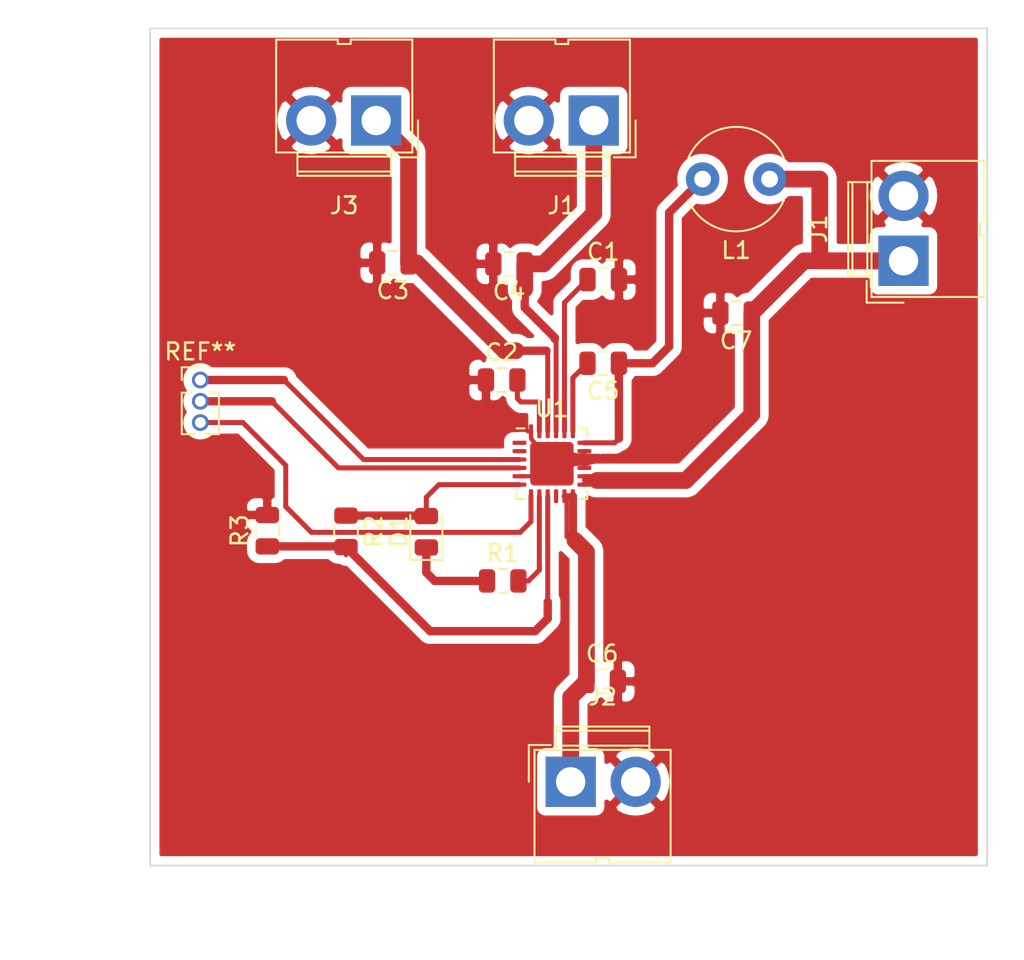
<source format=kicad_pcb>
(kicad_pcb (version 20171130) (host pcbnew "(5.1.5)-3")

  (general
    (thickness 1.6)
    (drawings 6)
    (tracks 106)
    (zones 0)
    (modules 18)
    (nets 17)
  )

  (page A4)
  (layers
    (0 F.Cu signal)
    (31 B.Cu signal hide)
    (32 B.Adhes user)
    (33 F.Adhes user hide)
    (34 B.Paste user)
    (35 F.Paste user)
    (36 B.SilkS user)
    (37 F.SilkS user)
    (38 B.Mask user)
    (39 F.Mask user)
    (40 Dwgs.User user)
    (41 Cmts.User user)
    (42 Eco1.User user)
    (43 Eco2.User user)
    (44 Edge.Cuts user)
    (45 Margin user)
    (46 B.CrtYd user)
    (47 F.CrtYd user)
    (48 B.Fab user)
    (49 F.Fab user)
  )

  (setup
    (last_trace_width 0.25)
    (user_trace_width 0.5)
    (user_trace_width 1)
    (trace_clearance 0.2)
    (zone_clearance 0.508)
    (zone_45_only no)
    (trace_min 0.2)
    (via_size 0.8)
    (via_drill 0.4)
    (via_min_size 0.4)
    (via_min_drill 0.3)
    (uvia_size 0.3)
    (uvia_drill 0.1)
    (uvias_allowed no)
    (uvia_min_size 0.2)
    (uvia_min_drill 0.1)
    (edge_width 0.05)
    (segment_width 0.2)
    (pcb_text_width 0.3)
    (pcb_text_size 1.5 1.5)
    (mod_edge_width 0.12)
    (mod_text_size 1 1)
    (mod_text_width 0.15)
    (pad_size 3 3)
    (pad_drill 1.75)
    (pad_to_mask_clearance 0.051)
    (solder_mask_min_width 0.25)
    (aux_axis_origin 0 0)
    (visible_elements 7FFFF7FF)
    (pcbplotparams
      (layerselection 0x010fc_ffffffff)
      (usegerberextensions false)
      (usegerberattributes false)
      (usegerberadvancedattributes false)
      (creategerberjobfile false)
      (excludeedgelayer true)
      (linewidth 0.100000)
      (plotframeref false)
      (viasonmask false)
      (mode 1)
      (useauxorigin false)
      (hpglpennumber 1)
      (hpglpenspeed 20)
      (hpglpendiameter 15.000000)
      (psnegative false)
      (psa4output false)
      (plotreference true)
      (plotvalue true)
      (plotinvisibletext false)
      (padsonsilk false)
      (subtractmaskfromsilk false)
      (outputformat 4)
      (mirror true)
      (drillshape 1)
      (scaleselection 1)
      (outputdirectory "output_files/"))
  )

  (net 0 "")
  (net 1 "Net-(C1-Pad1)")
  (net 2 GND)
  (net 3 /PMIDU)
  (net 4 /Vusb)
  (net 5 /Vext_dc)
  (net 6 /SW)
  (net 7 /BOOT)
  (net 8 /VBAT)
  (net 9 /Vsistema)
  (net 10 "Net-(D1-Pad1)")
  (net 11 /VDRV)
  (net 12 /STAT)
  (net 13 /BAT_NTC)
  (net 14 /BQ_SCL)
  (net 15 /BQ_SDA)
  (net 16 /BQ_INT)

  (net_class Default "This is the default net class."
    (clearance 0.2)
    (trace_width 0.25)
    (via_dia 0.8)
    (via_drill 0.4)
    (uvia_dia 0.3)
    (uvia_drill 0.1)
    (add_net /BAT_NTC)
    (add_net /BOOT)
    (add_net /BQ_INT)
    (add_net /BQ_SCL)
    (add_net /BQ_SDA)
    (add_net /PMIDU)
    (add_net /STAT)
    (add_net /SW)
    (add_net /VBAT)
    (add_net /VDRV)
    (add_net /Vext_dc)
    (add_net /Vsistema)
    (add_net /Vusb)
    (add_net GND)
    (add_net "Net-(C1-Pad1)")
    (add_net "Net-(D1-Pad1)")
  )

  (module Connector:JWT_A3963_1x02_P3.96mm_Vertical (layer F.Cu) (tedit 61DF5754) (tstamp 61DFDEF9)
    (at 115 83.88 90)
    (descr "JWT A3963, 3.96mm pitch Pin head connector (http://www.jwt.com.tw/pro_pdf/A3963.pdf)")
    (tags "connector JWT A3963 pinhead")
    (path /61D3544D)
    (fp_text reference J1 (at 1.91 -5.08 90) (layer F.SilkS)
      (effects (font (size 1 1) (thickness 0.15)))
    )
    (fp_text value Conn_01x02_Male (at 1.91 6.35 90) (layer F.Fab)
      (effects (font (size 1 1) (thickness 0.15)))
    )
    (fp_line (start 5.97 4.83) (end 5.97 0) (layer F.SilkS) (width 0.12))
    (fp_line (start -2.16 0) (end -2.16 4.83) (layer F.SilkS) (width 0.12))
    (fp_line (start -2.16 -1.91) (end 5.97 -1.91) (layer F.SilkS) (width 0.12))
    (fp_line (start -0.89 -1.91) (end -0.89 -3.3) (layer F.SilkS) (width 0.12))
    (fp_line (start 4.7 -1.91) (end 4.7 -3.3) (layer F.SilkS) (width 0.12))
    (fp_line (start -0.89 -3.3) (end 4.7 -3.3) (layer F.SilkS) (width 0.12))
    (fp_line (start -2.16 -1.91) (end -2.16 0) (layer F.SilkS) (width 0.12))
    (fp_line (start 5.97 -1.91) (end 5.97 0) (layer F.SilkS) (width 0.12))
    (fp_line (start -0.89 -3.05) (end 4.7 -3.05) (layer F.SilkS) (width 0.12))
    (fp_line (start -0.89 -2.16) (end 4.7 -2.16) (layer F.SilkS) (width 0.12))
    (fp_line (start 2.29 4.57) (end 2.29 4.83) (layer F.SilkS) (width 0.12))
    (fp_line (start 1.52 4.57) (end 2.29 4.57) (layer F.SilkS) (width 0.12))
    (fp_line (start 1.52 4.83) (end 1.52 4.57) (layer F.SilkS) (width 0.12))
    (fp_line (start 1.52 4.83) (end -2.16 4.83) (layer F.SilkS) (width 0.12))
    (fp_line (start 2.29 4.83) (end 5.97 4.83) (layer F.SilkS) (width 0.12))
    (fp_line (start -2.5 5.05) (end -2.5 -3.55) (layer F.CrtYd) (width 0.05))
    (fp_line (start 6.35 5.05) (end -2.5 5.05) (layer F.CrtYd) (width 0.05))
    (fp_line (start 6.35 -3.55) (end 6.35 5.05) (layer F.CrtYd) (width 0.05))
    (fp_line (start -2.5 -3.55) (end 6.35 -3.55) (layer F.CrtYd) (width 0.05))
    (fp_line (start -2.05 -1.8) (end 5.85 -1.8) (layer F.Fab) (width 0.1))
    (fp_line (start 5.85 -1.8) (end 5.85 4.7) (layer F.Fab) (width 0.1))
    (fp_line (start 5.85 4.7) (end -2.05 4.7) (layer F.Fab) (width 0.1))
    (fp_line (start -2.05 4.7) (end -2.05 -1.8) (layer F.Fab) (width 0.1))
    (fp_line (start -1.2 -2.2) (end -2.5 -2.2) (layer F.SilkS) (width 0.12))
    (fp_line (start -2.5 -2.2) (end -2.5 0) (layer F.SilkS) (width 0.12))
    (fp_line (start -1.25 -1.8) (end 0 -0.3) (layer F.Fab) (width 0.1))
    (fp_line (start 0 -0.3) (end 1.25 -1.8) (layer F.Fab) (width 0.1))
    (fp_line (start -0.8 -1.8) (end -0.8 -3.2) (layer F.Fab) (width 0.1))
    (fp_line (start -0.8 -3.2) (end 4.6 -3.2) (layer F.Fab) (width 0.1))
    (fp_line (start 4.6 -3.2) (end 4.6 -1.8) (layer F.Fab) (width 0.1))
    (fp_text user %R (at 2.2 3.7 90) (layer F.Fab)
      (effects (font (size 1 1) (thickness 0.15)))
    )
    (pad 2 thru_hole circle (at 3.88 0 90) (size 3 3) (drill 1.75) (layers *.Cu *.Mask)
      (net 2 GND))
    (pad 1 thru_hole rect (at 0 0 90) (size 3 3) (drill 1.75) (layers *.Cu *.Mask)
      (net 9 /Vsistema))
    (model ${KISYS3DMOD}/Connector.3dshapes/JWT_A3963_1x02_P3.96mm_Vertical.wrl
      (at (xyz 0 0 0))
      (scale (xyz 1 1 1))
      (rotate (xyz 0 0 0))
    )
  )

  (module Connector_PinHeader_1.27mm:PinHeader_1x03_P1.27mm_Vertical (layer F.Cu) (tedit 61DF4E66) (tstamp 61DFC9B4)
    (at 73 91)
    (descr "Through hole straight pin header, 1x03, 1.27mm pitch, single row")
    (tags "Through hole pin header THT 1x03 1.27mm single row")
    (fp_text reference REF** (at 0 -1.695) (layer F.SilkS)
      (effects (font (size 1 1) (thickness 0.15)))
    )
    (fp_text value PinHeader_1x03_P1.27mm_Vertical (at 3 4.235 90) (layer F.Fab)
      (effects (font (size 1 1) (thickness 0.15)))
    )
    (fp_text user %R (at 0 1.27 90) (layer F.Fab)
      (effects (font (size 1 1) (thickness 0.15)))
    )
    (fp_line (start 1.55 -1.15) (end -1.55 -1.15) (layer F.CrtYd) (width 0.05))
    (fp_line (start 1.55 3.7) (end 1.55 -1.15) (layer F.CrtYd) (width 0.05))
    (fp_line (start -1.55 3.7) (end 1.55 3.7) (layer F.CrtYd) (width 0.05))
    (fp_line (start -1.55 -1.15) (end -1.55 3.7) (layer F.CrtYd) (width 0.05))
    (fp_line (start -1.11 -0.76) (end 0 -0.76) (layer F.SilkS) (width 0.12))
    (fp_line (start -1.11 0) (end -1.11 -0.76) (layer F.SilkS) (width 0.12))
    (fp_line (start 0.563471 0.76) (end 1.11 0.76) (layer F.SilkS) (width 0.12))
    (fp_line (start -1.11 0.76) (end -0.563471 0.76) (layer F.SilkS) (width 0.12))
    (fp_line (start 1.11 0.76) (end 1.11 3.235) (layer F.SilkS) (width 0.12))
    (fp_line (start -1.11 0.76) (end -1.11 3.235) (layer F.SilkS) (width 0.12))
    (fp_line (start 0.30753 3.235) (end 1.11 3.235) (layer F.SilkS) (width 0.12))
    (fp_line (start -1.11 3.235) (end -0.30753 3.235) (layer F.SilkS) (width 0.12))
    (fp_line (start -1.05 -0.11) (end -0.525 -0.635) (layer F.Fab) (width 0.1))
    (fp_line (start -1.05 3.175) (end -1.05 -0.11) (layer F.Fab) (width 0.1))
    (fp_line (start 1.05 3.175) (end -1.05 3.175) (layer F.Fab) (width 0.1))
    (fp_line (start 1.05 -0.635) (end 1.05 3.175) (layer F.Fab) (width 0.1))
    (fp_line (start -0.525 -0.635) (end 1.05 -0.635) (layer F.Fab) (width 0.1))
    (pad 3 thru_hole oval (at 0 2.54) (size 1 1) (drill 0.65) (layers *.Cu *.Mask)
      (net 16 /BQ_INT))
    (pad 2 thru_hole oval (at 0 1.27) (size 1 1) (drill 0.65) (layers *.Cu *.Mask)
      (net 15 /BQ_SDA))
    (pad 1 thru_hole oval (at 0 0) (size 1 1) (drill 0.65) (layers *.Cu *.Mask)
      (net 14 /BQ_SCL))
    (model ${KISYS3DMOD}/Connector_PinHeader_1.27mm.3dshapes/PinHeader_1x03_P1.27mm_Vertical.wrl
      (at (xyz 0 0 0))
      (scale (xyz 1 1 1))
      (rotate (xyz 0 0 0))
    )
  )

  (module Capacitor_SMD:C_0805_2012Metric (layer F.Cu) (tedit 5B36C52B) (tstamp 61DF3C7B)
    (at 97.0625 85)
    (descr "Capacitor SMD 0805 (2012 Metric), square (rectangular) end terminal, IPC_7351 nominal, (Body size source: https://docs.google.com/spreadsheets/d/1BsfQQcO9C6DZCsRaXUlFlo91Tg2WpOkGARC1WS5S8t0/edit?usp=sharing), generated with kicad-footprint-generator")
    (tags capacitor)
    (path /61D3542F)
    (attr smd)
    (fp_text reference C1 (at 0 -1.65) (layer F.SilkS)
      (effects (font (size 1 1) (thickness 0.15)))
    )
    (fp_text value 4,7uF (at 0 1.65) (layer F.Fab)
      (effects (font (size 1 1) (thickness 0.15)))
    )
    (fp_line (start -1 0.6) (end -1 -0.6) (layer F.Fab) (width 0.1))
    (fp_line (start -1 -0.6) (end 1 -0.6) (layer F.Fab) (width 0.1))
    (fp_line (start 1 -0.6) (end 1 0.6) (layer F.Fab) (width 0.1))
    (fp_line (start 1 0.6) (end -1 0.6) (layer F.Fab) (width 0.1))
    (fp_line (start -0.258578 -0.71) (end 0.258578 -0.71) (layer F.SilkS) (width 0.12))
    (fp_line (start -0.258578 0.71) (end 0.258578 0.71) (layer F.SilkS) (width 0.12))
    (fp_line (start -1.68 0.95) (end -1.68 -0.95) (layer F.CrtYd) (width 0.05))
    (fp_line (start -1.68 -0.95) (end 1.68 -0.95) (layer F.CrtYd) (width 0.05))
    (fp_line (start 1.68 -0.95) (end 1.68 0.95) (layer F.CrtYd) (width 0.05))
    (fp_line (start 1.68 0.95) (end -1.68 0.95) (layer F.CrtYd) (width 0.05))
    (fp_text user %R (at 0 0) (layer F.Fab)
      (effects (font (size 0.5 0.5) (thickness 0.08)))
    )
    (pad 1 smd roundrect (at -0.9375 0) (size 0.975 1.4) (layers F.Cu F.Paste F.Mask) (roundrect_rratio 0.25)
      (net 1 "Net-(C1-Pad1)"))
    (pad 2 smd roundrect (at 0.9375 0) (size 0.975 1.4) (layers F.Cu F.Paste F.Mask) (roundrect_rratio 0.25)
      (net 2 GND))
    (model ${KISYS3DMOD}/Capacitor_SMD.3dshapes/C_0805_2012Metric.wrl
      (at (xyz 0 0 0))
      (scale (xyz 1 1 1))
      (rotate (xyz 0 0 0))
    )
  )

  (module Capacitor_SMD:C_0805_2012Metric (layer F.Cu) (tedit 5B36C52B) (tstamp 61DF3C8C)
    (at 91 91)
    (descr "Capacitor SMD 0805 (2012 Metric), square (rectangular) end terminal, IPC_7351 nominal, (Body size source: https://docs.google.com/spreadsheets/d/1BsfQQcO9C6DZCsRaXUlFlo91Tg2WpOkGARC1WS5S8t0/edit?usp=sharing), generated with kicad-footprint-generator")
    (tags capacitor)
    (path /61D35441)
    (attr smd)
    (fp_text reference C2 (at 0 -1.65) (layer F.SilkS)
      (effects (font (size 1 1) (thickness 0.15)))
    )
    (fp_text value 4,7uF (at 0 1.65) (layer F.Fab)
      (effects (font (size 1 1) (thickness 0.15)))
    )
    (fp_text user %R (at 0 0) (layer F.Fab)
      (effects (font (size 0.5 0.5) (thickness 0.08)))
    )
    (fp_line (start 1.68 0.95) (end -1.68 0.95) (layer F.CrtYd) (width 0.05))
    (fp_line (start 1.68 -0.95) (end 1.68 0.95) (layer F.CrtYd) (width 0.05))
    (fp_line (start -1.68 -0.95) (end 1.68 -0.95) (layer F.CrtYd) (width 0.05))
    (fp_line (start -1.68 0.95) (end -1.68 -0.95) (layer F.CrtYd) (width 0.05))
    (fp_line (start -0.258578 0.71) (end 0.258578 0.71) (layer F.SilkS) (width 0.12))
    (fp_line (start -0.258578 -0.71) (end 0.258578 -0.71) (layer F.SilkS) (width 0.12))
    (fp_line (start 1 0.6) (end -1 0.6) (layer F.Fab) (width 0.1))
    (fp_line (start 1 -0.6) (end 1 0.6) (layer F.Fab) (width 0.1))
    (fp_line (start -1 -0.6) (end 1 -0.6) (layer F.Fab) (width 0.1))
    (fp_line (start -1 0.6) (end -1 -0.6) (layer F.Fab) (width 0.1))
    (pad 2 smd roundrect (at 0.9375 0) (size 0.975 1.4) (layers F.Cu F.Paste F.Mask) (roundrect_rratio 0.25)
      (net 3 /PMIDU))
    (pad 1 smd roundrect (at -0.9375 0) (size 0.975 1.4) (layers F.Cu F.Paste F.Mask) (roundrect_rratio 0.25)
      (net 2 GND))
    (model ${KISYS3DMOD}/Capacitor_SMD.3dshapes/C_0805_2012Metric.wrl
      (at (xyz 0 0 0))
      (scale (xyz 1 1 1))
      (rotate (xyz 0 0 0))
    )
  )

  (module Capacitor_SMD:C_0805_2012Metric (layer F.Cu) (tedit 5B36C52B) (tstamp 61DF5A75)
    (at 84.5 84 180)
    (descr "Capacitor SMD 0805 (2012 Metric), square (rectangular) end terminal, IPC_7351 nominal, (Body size source: https://docs.google.com/spreadsheets/d/1BsfQQcO9C6DZCsRaXUlFlo91Tg2WpOkGARC1WS5S8t0/edit?usp=sharing), generated with kicad-footprint-generator")
    (tags capacitor)
    (path /61D35514)
    (attr smd)
    (fp_text reference C3 (at 0 -1.65) (layer F.SilkS)
      (effects (font (size 1 1) (thickness 0.15)))
    )
    (fp_text value 1uF (at 0 1.65) (layer F.Fab)
      (effects (font (size 1 1) (thickness 0.15)))
    )
    (fp_text user %R (at 0 0) (layer F.Fab)
      (effects (font (size 0.5 0.5) (thickness 0.08)))
    )
    (fp_line (start 1.68 0.95) (end -1.68 0.95) (layer F.CrtYd) (width 0.05))
    (fp_line (start 1.68 -0.95) (end 1.68 0.95) (layer F.CrtYd) (width 0.05))
    (fp_line (start -1.68 -0.95) (end 1.68 -0.95) (layer F.CrtYd) (width 0.05))
    (fp_line (start -1.68 0.95) (end -1.68 -0.95) (layer F.CrtYd) (width 0.05))
    (fp_line (start -0.258578 0.71) (end 0.258578 0.71) (layer F.SilkS) (width 0.12))
    (fp_line (start -0.258578 -0.71) (end 0.258578 -0.71) (layer F.SilkS) (width 0.12))
    (fp_line (start 1 0.6) (end -1 0.6) (layer F.Fab) (width 0.1))
    (fp_line (start 1 -0.6) (end 1 0.6) (layer F.Fab) (width 0.1))
    (fp_line (start -1 -0.6) (end 1 -0.6) (layer F.Fab) (width 0.1))
    (fp_line (start -1 0.6) (end -1 -0.6) (layer F.Fab) (width 0.1))
    (pad 2 smd roundrect (at 0.9375 0 180) (size 0.975 1.4) (layers F.Cu F.Paste F.Mask) (roundrect_rratio 0.25)
      (net 2 GND))
    (pad 1 smd roundrect (at -0.9375 0 180) (size 0.975 1.4) (layers F.Cu F.Paste F.Mask) (roundrect_rratio 0.25)
      (net 4 /Vusb))
    (model ${KISYS3DMOD}/Capacitor_SMD.3dshapes/C_0805_2012Metric.wrl
      (at (xyz 0 0 0))
      (scale (xyz 1 1 1))
      (rotate (xyz 0 0 0))
    )
  )

  (module Capacitor_SMD:C_0805_2012Metric (layer F.Cu) (tedit 5B36C52B) (tstamp 61DF5130)
    (at 91.4375 84.0625 180)
    (descr "Capacitor SMD 0805 (2012 Metric), square (rectangular) end terminal, IPC_7351 nominal, (Body size source: https://docs.google.com/spreadsheets/d/1BsfQQcO9C6DZCsRaXUlFlo91Tg2WpOkGARC1WS5S8t0/edit?usp=sharing), generated with kicad-footprint-generator")
    (tags capacitor)
    (path /61D3550E)
    (attr smd)
    (fp_text reference C4 (at 0 -1.65) (layer F.SilkS)
      (effects (font (size 1 1) (thickness 0.15)))
    )
    (fp_text value 1uF (at 0 1.65) (layer F.Fab)
      (effects (font (size 1 1) (thickness 0.15)))
    )
    (fp_line (start -1 0.6) (end -1 -0.6) (layer F.Fab) (width 0.1))
    (fp_line (start -1 -0.6) (end 1 -0.6) (layer F.Fab) (width 0.1))
    (fp_line (start 1 -0.6) (end 1 0.6) (layer F.Fab) (width 0.1))
    (fp_line (start 1 0.6) (end -1 0.6) (layer F.Fab) (width 0.1))
    (fp_line (start -0.258578 -0.71) (end 0.258578 -0.71) (layer F.SilkS) (width 0.12))
    (fp_line (start -0.258578 0.71) (end 0.258578 0.71) (layer F.SilkS) (width 0.12))
    (fp_line (start -1.68 0.95) (end -1.68 -0.95) (layer F.CrtYd) (width 0.05))
    (fp_line (start -1.68 -0.95) (end 1.68 -0.95) (layer F.CrtYd) (width 0.05))
    (fp_line (start 1.68 -0.95) (end 1.68 0.95) (layer F.CrtYd) (width 0.05))
    (fp_line (start 1.68 0.95) (end -1.68 0.95) (layer F.CrtYd) (width 0.05))
    (fp_text user %R (at 0 0) (layer F.Fab)
      (effects (font (size 0.5 0.5) (thickness 0.08)))
    )
    (pad 1 smd roundrect (at -0.9375 0 180) (size 0.975 1.4) (layers F.Cu F.Paste F.Mask) (roundrect_rratio 0.25)
      (net 5 /Vext_dc))
    (pad 2 smd roundrect (at 0.9375 0 180) (size 0.975 1.4) (layers F.Cu F.Paste F.Mask) (roundrect_rratio 0.25)
      (net 2 GND))
    (model ${KISYS3DMOD}/Capacitor_SMD.3dshapes/C_0805_2012Metric.wrl
      (at (xyz 0 0 0))
      (scale (xyz 1 1 1))
      (rotate (xyz 0 0 0))
    )
  )

  (module Capacitor_SMD:C_0805_2012Metric (layer F.Cu) (tedit 5B36C52B) (tstamp 61DF3CBF)
    (at 97.0625 90 180)
    (descr "Capacitor SMD 0805 (2012 Metric), square (rectangular) end terminal, IPC_7351 nominal, (Body size source: https://docs.google.com/spreadsheets/d/1BsfQQcO9C6DZCsRaXUlFlo91Tg2WpOkGARC1WS5S8t0/edit?usp=sharing), generated with kicad-footprint-generator")
    (tags capacitor)
    (path /61D3543B)
    (attr smd)
    (fp_text reference C5 (at 0 -1.65) (layer F.SilkS)
      (effects (font (size 1 1) (thickness 0.15)))
    )
    (fp_text value 0,01uF (at 0 1.65) (layer F.Fab)
      (effects (font (size 1 1) (thickness 0.15)))
    )
    (fp_line (start -1 0.6) (end -1 -0.6) (layer F.Fab) (width 0.1))
    (fp_line (start -1 -0.6) (end 1 -0.6) (layer F.Fab) (width 0.1))
    (fp_line (start 1 -0.6) (end 1 0.6) (layer F.Fab) (width 0.1))
    (fp_line (start 1 0.6) (end -1 0.6) (layer F.Fab) (width 0.1))
    (fp_line (start -0.258578 -0.71) (end 0.258578 -0.71) (layer F.SilkS) (width 0.12))
    (fp_line (start -0.258578 0.71) (end 0.258578 0.71) (layer F.SilkS) (width 0.12))
    (fp_line (start -1.68 0.95) (end -1.68 -0.95) (layer F.CrtYd) (width 0.05))
    (fp_line (start -1.68 -0.95) (end 1.68 -0.95) (layer F.CrtYd) (width 0.05))
    (fp_line (start 1.68 -0.95) (end 1.68 0.95) (layer F.CrtYd) (width 0.05))
    (fp_line (start 1.68 0.95) (end -1.68 0.95) (layer F.CrtYd) (width 0.05))
    (fp_text user %R (at 0 0) (layer F.Fab)
      (effects (font (size 0.5 0.5) (thickness 0.08)))
    )
    (pad 1 smd roundrect (at -0.9375 0 180) (size 0.975 1.4) (layers F.Cu F.Paste F.Mask) (roundrect_rratio 0.25)
      (net 6 /SW))
    (pad 2 smd roundrect (at 0.9375 0 180) (size 0.975 1.4) (layers F.Cu F.Paste F.Mask) (roundrect_rratio 0.25)
      (net 7 /BOOT))
    (model ${KISYS3DMOD}/Capacitor_SMD.3dshapes/C_0805_2012Metric.wrl
      (at (xyz 0 0 0))
      (scale (xyz 1 1 1))
      (rotate (xyz 0 0 0))
    )
  )

  (module Capacitor_SMD:C_0805_2012Metric (layer F.Cu) (tedit 5B36C52B) (tstamp 61DF3CD0)
    (at 97 109)
    (descr "Capacitor SMD 0805 (2012 Metric), square (rectangular) end terminal, IPC_7351 nominal, (Body size source: https://docs.google.com/spreadsheets/d/1BsfQQcO9C6DZCsRaXUlFlo91Tg2WpOkGARC1WS5S8t0/edit?usp=sharing), generated with kicad-footprint-generator")
    (tags capacitor)
    (path /61D35435)
    (attr smd)
    (fp_text reference C6 (at 0 -1.65) (layer F.SilkS)
      (effects (font (size 1 1) (thickness 0.15)))
    )
    (fp_text value 1uF (at 0 1.65) (layer F.Fab)
      (effects (font (size 1 1) (thickness 0.15)))
    )
    (fp_text user %R (at 0 0) (layer F.Fab)
      (effects (font (size 0.5 0.5) (thickness 0.08)))
    )
    (fp_line (start 1.68 0.95) (end -1.68 0.95) (layer F.CrtYd) (width 0.05))
    (fp_line (start 1.68 -0.95) (end 1.68 0.95) (layer F.CrtYd) (width 0.05))
    (fp_line (start -1.68 -0.95) (end 1.68 -0.95) (layer F.CrtYd) (width 0.05))
    (fp_line (start -1.68 0.95) (end -1.68 -0.95) (layer F.CrtYd) (width 0.05))
    (fp_line (start -0.258578 0.71) (end 0.258578 0.71) (layer F.SilkS) (width 0.12))
    (fp_line (start -0.258578 -0.71) (end 0.258578 -0.71) (layer F.SilkS) (width 0.12))
    (fp_line (start 1 0.6) (end -1 0.6) (layer F.Fab) (width 0.1))
    (fp_line (start 1 -0.6) (end 1 0.6) (layer F.Fab) (width 0.1))
    (fp_line (start -1 -0.6) (end 1 -0.6) (layer F.Fab) (width 0.1))
    (fp_line (start -1 0.6) (end -1 -0.6) (layer F.Fab) (width 0.1))
    (pad 2 smd roundrect (at 0.9375 0) (size 0.975 1.4) (layers F.Cu F.Paste F.Mask) (roundrect_rratio 0.25)
      (net 2 GND))
    (pad 1 smd roundrect (at -0.9375 0) (size 0.975 1.4) (layers F.Cu F.Paste F.Mask) (roundrect_rratio 0.25)
      (net 8 /VBAT))
    (model ${KISYS3DMOD}/Capacitor_SMD.3dshapes/C_0805_2012Metric.wrl
      (at (xyz 0 0 0))
      (scale (xyz 1 1 1))
      (rotate (xyz 0 0 0))
    )
  )

  (module Capacitor_SMD:C_0805_2012Metric (layer F.Cu) (tedit 5B36C52B) (tstamp 61DFE025)
    (at 105 87 180)
    (descr "Capacitor SMD 0805 (2012 Metric), square (rectangular) end terminal, IPC_7351 nominal, (Body size source: https://docs.google.com/spreadsheets/d/1BsfQQcO9C6DZCsRaXUlFlo91Tg2WpOkGARC1WS5S8t0/edit?usp=sharing), generated with kicad-footprint-generator")
    (tags capacitor)
    (path /61D35447)
    (attr smd)
    (fp_text reference C7 (at 0 -1.65) (layer F.SilkS)
      (effects (font (size 1 1) (thickness 0.15)))
    )
    (fp_text value 1uF (at 0 1.65) (layer F.Fab)
      (effects (font (size 1 1) (thickness 0.15)))
    )
    (fp_line (start -1 0.6) (end -1 -0.6) (layer F.Fab) (width 0.1))
    (fp_line (start -1 -0.6) (end 1 -0.6) (layer F.Fab) (width 0.1))
    (fp_line (start 1 -0.6) (end 1 0.6) (layer F.Fab) (width 0.1))
    (fp_line (start 1 0.6) (end -1 0.6) (layer F.Fab) (width 0.1))
    (fp_line (start -0.258578 -0.71) (end 0.258578 -0.71) (layer F.SilkS) (width 0.12))
    (fp_line (start -0.258578 0.71) (end 0.258578 0.71) (layer F.SilkS) (width 0.12))
    (fp_line (start -1.68 0.95) (end -1.68 -0.95) (layer F.CrtYd) (width 0.05))
    (fp_line (start -1.68 -0.95) (end 1.68 -0.95) (layer F.CrtYd) (width 0.05))
    (fp_line (start 1.68 -0.95) (end 1.68 0.95) (layer F.CrtYd) (width 0.05))
    (fp_line (start 1.68 0.95) (end -1.68 0.95) (layer F.CrtYd) (width 0.05))
    (fp_text user %R (at 0 0) (layer F.Fab)
      (effects (font (size 0.5 0.5) (thickness 0.08)))
    )
    (pad 1 smd roundrect (at -0.9375 0 180) (size 0.975 1.4) (layers F.Cu F.Paste F.Mask) (roundrect_rratio 0.25)
      (net 9 /Vsistema))
    (pad 2 smd roundrect (at 0.9375 0 180) (size 0.975 1.4) (layers F.Cu F.Paste F.Mask) (roundrect_rratio 0.25)
      (net 2 GND))
    (model ${KISYS3DMOD}/Capacitor_SMD.3dshapes/C_0805_2012Metric.wrl
      (at (xyz 0 0 0))
      (scale (xyz 1 1 1))
      (rotate (xyz 0 0 0))
    )
  )

  (module LED_SMD:LED_0805_2012Metric (layer F.Cu) (tedit 5B36C52C) (tstamp 61DF4BDD)
    (at 86.5 100.0625 90)
    (descr "LED SMD 0805 (2012 Metric), square (rectangular) end terminal, IPC_7351 nominal, (Body size source: https://docs.google.com/spreadsheets/d/1BsfQQcO9C6DZCsRaXUlFlo91Tg2WpOkGARC1WS5S8t0/edit?usp=sharing), generated with kicad-footprint-generator")
    (tags diode)
    (path /61D35472)
    (attr smd)
    (fp_text reference D1 (at 0 -1.65 90) (layer F.SilkS)
      (effects (font (size 1 1) (thickness 0.15)))
    )
    (fp_text value LED (at 0 1.65 90) (layer F.Fab)
      (effects (font (size 1 1) (thickness 0.15)))
    )
    (fp_line (start 1 -0.6) (end -0.7 -0.6) (layer F.Fab) (width 0.1))
    (fp_line (start -0.7 -0.6) (end -1 -0.3) (layer F.Fab) (width 0.1))
    (fp_line (start -1 -0.3) (end -1 0.6) (layer F.Fab) (width 0.1))
    (fp_line (start -1 0.6) (end 1 0.6) (layer F.Fab) (width 0.1))
    (fp_line (start 1 0.6) (end 1 -0.6) (layer F.Fab) (width 0.1))
    (fp_line (start 1 -0.96) (end -1.685 -0.96) (layer F.SilkS) (width 0.12))
    (fp_line (start -1.685 -0.96) (end -1.685 0.96) (layer F.SilkS) (width 0.12))
    (fp_line (start -1.685 0.96) (end 1 0.96) (layer F.SilkS) (width 0.12))
    (fp_line (start -1.68 0.95) (end -1.68 -0.95) (layer F.CrtYd) (width 0.05))
    (fp_line (start -1.68 -0.95) (end 1.68 -0.95) (layer F.CrtYd) (width 0.05))
    (fp_line (start 1.68 -0.95) (end 1.68 0.95) (layer F.CrtYd) (width 0.05))
    (fp_line (start 1.68 0.95) (end -1.68 0.95) (layer F.CrtYd) (width 0.05))
    (fp_text user %R (at 0 0 90) (layer F.Fab)
      (effects (font (size 0.5 0.5) (thickness 0.08)))
    )
    (pad 1 smd roundrect (at -0.9375 0 90) (size 0.975 1.4) (layers F.Cu F.Paste F.Mask) (roundrect_rratio 0.25)
      (net 10 "Net-(D1-Pad1)"))
    (pad 2 smd roundrect (at 0.9375 0 90) (size 0.975 1.4) (layers F.Cu F.Paste F.Mask) (roundrect_rratio 0.25)
      (net 11 /VDRV))
    (model ${KISYS3DMOD}/LED_SMD.3dshapes/LED_0805_2012Metric.wrl
      (at (xyz 0 0 0))
      (scale (xyz 1 1 1))
      (rotate (xyz 0 0 0))
    )
  )

  (module Connector:JWT_A3963_1x02_P3.96mm_Vertical (layer F.Cu) (tedit 5A2A57CE) (tstamp 61DF50D8)
    (at 96.5 75.5 180)
    (descr "JWT A3963, 3.96mm pitch Pin head connector (http://www.jwt.com.tw/pro_pdf/A3963.pdf)")
    (tags "connector JWT A3963 pinhead")
    (path /61D3544D)
    (fp_text reference J1 (at 1.91 -5.08) (layer F.SilkS)
      (effects (font (size 1 1) (thickness 0.15)))
    )
    (fp_text value Conn_01x02_Male (at 1.91 6.35) (layer F.Fab)
      (effects (font (size 1 1) (thickness 0.15)))
    )
    (fp_text user %R (at 2.2 3.7) (layer F.Fab)
      (effects (font (size 1 1) (thickness 0.15)))
    )
    (fp_line (start 4.6 -3.2) (end 4.6 -1.8) (layer F.Fab) (width 0.1))
    (fp_line (start -0.8 -3.2) (end 4.6 -3.2) (layer F.Fab) (width 0.1))
    (fp_line (start -0.8 -1.8) (end -0.8 -3.2) (layer F.Fab) (width 0.1))
    (fp_line (start 0 -0.3) (end 1.25 -1.8) (layer F.Fab) (width 0.1))
    (fp_line (start -1.25 -1.8) (end 0 -0.3) (layer F.Fab) (width 0.1))
    (fp_line (start -2.5 -2.2) (end -2.5 0) (layer F.SilkS) (width 0.12))
    (fp_line (start -1.2 -2.2) (end -2.5 -2.2) (layer F.SilkS) (width 0.12))
    (fp_line (start -2.05 4.7) (end -2.05 -1.8) (layer F.Fab) (width 0.1))
    (fp_line (start 5.85 4.7) (end -2.05 4.7) (layer F.Fab) (width 0.1))
    (fp_line (start 5.85 -1.8) (end 5.85 4.7) (layer F.Fab) (width 0.1))
    (fp_line (start -2.05 -1.8) (end 5.85 -1.8) (layer F.Fab) (width 0.1))
    (fp_line (start -2.5 -3.55) (end 6.35 -3.55) (layer F.CrtYd) (width 0.05))
    (fp_line (start 6.35 -3.55) (end 6.35 5.05) (layer F.CrtYd) (width 0.05))
    (fp_line (start 6.35 5.05) (end -2.5 5.05) (layer F.CrtYd) (width 0.05))
    (fp_line (start -2.5 5.05) (end -2.5 -3.55) (layer F.CrtYd) (width 0.05))
    (fp_line (start 2.29 4.83) (end 5.97 4.83) (layer F.SilkS) (width 0.12))
    (fp_line (start 1.52 4.83) (end -2.16 4.83) (layer F.SilkS) (width 0.12))
    (fp_line (start 1.52 4.83) (end 1.52 4.57) (layer F.SilkS) (width 0.12))
    (fp_line (start 1.52 4.57) (end 2.29 4.57) (layer F.SilkS) (width 0.12))
    (fp_line (start 2.29 4.57) (end 2.29 4.83) (layer F.SilkS) (width 0.12))
    (fp_line (start -0.89 -2.16) (end 4.7 -2.16) (layer F.SilkS) (width 0.12))
    (fp_line (start -0.89 -3.05) (end 4.7 -3.05) (layer F.SilkS) (width 0.12))
    (fp_line (start 5.97 -1.91) (end 5.97 0) (layer F.SilkS) (width 0.12))
    (fp_line (start -2.16 -1.91) (end -2.16 0) (layer F.SilkS) (width 0.12))
    (fp_line (start -0.89 -3.3) (end 4.7 -3.3) (layer F.SilkS) (width 0.12))
    (fp_line (start 4.7 -1.91) (end 4.7 -3.3) (layer F.SilkS) (width 0.12))
    (fp_line (start -0.89 -1.91) (end -0.89 -3.3) (layer F.SilkS) (width 0.12))
    (fp_line (start -2.16 -1.91) (end 5.97 -1.91) (layer F.SilkS) (width 0.12))
    (fp_line (start -2.16 0) (end -2.16 4.83) (layer F.SilkS) (width 0.12))
    (fp_line (start 5.97 4.83) (end 5.97 0) (layer F.SilkS) (width 0.12))
    (pad 1 thru_hole rect (at 0 0 180) (size 3 3) (drill 1.75) (layers *.Cu *.Mask)
      (net 5 /Vext_dc))
    (pad 2 thru_hole circle (at 3.88 0 180) (size 3 3) (drill 1.75) (layers *.Cu *.Mask)
      (net 2 GND))
    (model ${KISYS3DMOD}/Connector.3dshapes/JWT_A3963_1x02_P3.96mm_Vertical.wrl
      (at (xyz 0 0 0))
      (scale (xyz 1 1 1))
      (rotate (xyz 0 0 0))
    )
  )

  (module Connector:JWT_A3963_1x02_P3.96mm_Vertical (layer F.Cu) (tedit 5A2A57CE) (tstamp 61DF3D3E)
    (at 95.12 115)
    (descr "JWT A3963, 3.96mm pitch Pin head connector (http://www.jwt.com.tw/pro_pdf/A3963.pdf)")
    (tags "connector JWT A3963 pinhead")
    (path /61D354C9)
    (fp_text reference J2 (at 1.91 -5.08) (layer F.SilkS)
      (effects (font (size 1 1) (thickness 0.15)))
    )
    (fp_text value Conn_01x02_Male (at 1.91 6.35) (layer F.Fab)
      (effects (font (size 1 1) (thickness 0.15)))
    )
    (fp_line (start 5.97 4.83) (end 5.97 0) (layer F.SilkS) (width 0.12))
    (fp_line (start -2.16 0) (end -2.16 4.83) (layer F.SilkS) (width 0.12))
    (fp_line (start -2.16 -1.91) (end 5.97 -1.91) (layer F.SilkS) (width 0.12))
    (fp_line (start -0.89 -1.91) (end -0.89 -3.3) (layer F.SilkS) (width 0.12))
    (fp_line (start 4.7 -1.91) (end 4.7 -3.3) (layer F.SilkS) (width 0.12))
    (fp_line (start -0.89 -3.3) (end 4.7 -3.3) (layer F.SilkS) (width 0.12))
    (fp_line (start -2.16 -1.91) (end -2.16 0) (layer F.SilkS) (width 0.12))
    (fp_line (start 5.97 -1.91) (end 5.97 0) (layer F.SilkS) (width 0.12))
    (fp_line (start -0.89 -3.05) (end 4.7 -3.05) (layer F.SilkS) (width 0.12))
    (fp_line (start -0.89 -2.16) (end 4.7 -2.16) (layer F.SilkS) (width 0.12))
    (fp_line (start 2.29 4.57) (end 2.29 4.83) (layer F.SilkS) (width 0.12))
    (fp_line (start 1.52 4.57) (end 2.29 4.57) (layer F.SilkS) (width 0.12))
    (fp_line (start 1.52 4.83) (end 1.52 4.57) (layer F.SilkS) (width 0.12))
    (fp_line (start 1.52 4.83) (end -2.16 4.83) (layer F.SilkS) (width 0.12))
    (fp_line (start 2.29 4.83) (end 5.97 4.83) (layer F.SilkS) (width 0.12))
    (fp_line (start -2.5 5.05) (end -2.5 -3.55) (layer F.CrtYd) (width 0.05))
    (fp_line (start 6.35 5.05) (end -2.5 5.05) (layer F.CrtYd) (width 0.05))
    (fp_line (start 6.35 -3.55) (end 6.35 5.05) (layer F.CrtYd) (width 0.05))
    (fp_line (start -2.5 -3.55) (end 6.35 -3.55) (layer F.CrtYd) (width 0.05))
    (fp_line (start -2.05 -1.8) (end 5.85 -1.8) (layer F.Fab) (width 0.1))
    (fp_line (start 5.85 -1.8) (end 5.85 4.7) (layer F.Fab) (width 0.1))
    (fp_line (start 5.85 4.7) (end -2.05 4.7) (layer F.Fab) (width 0.1))
    (fp_line (start -2.05 4.7) (end -2.05 -1.8) (layer F.Fab) (width 0.1))
    (fp_line (start -1.2 -2.2) (end -2.5 -2.2) (layer F.SilkS) (width 0.12))
    (fp_line (start -2.5 -2.2) (end -2.5 0) (layer F.SilkS) (width 0.12))
    (fp_line (start -1.25 -1.8) (end 0 -0.3) (layer F.Fab) (width 0.1))
    (fp_line (start 0 -0.3) (end 1.25 -1.8) (layer F.Fab) (width 0.1))
    (fp_line (start -0.8 -1.8) (end -0.8 -3.2) (layer F.Fab) (width 0.1))
    (fp_line (start -0.8 -3.2) (end 4.6 -3.2) (layer F.Fab) (width 0.1))
    (fp_line (start 4.6 -3.2) (end 4.6 -1.8) (layer F.Fab) (width 0.1))
    (fp_text user %R (at 2.2 3.7) (layer F.Fab)
      (effects (font (size 1 1) (thickness 0.15)))
    )
    (pad 2 thru_hole circle (at 3.88 0) (size 3 3) (drill 1.75) (layers *.Cu *.Mask)
      (net 2 GND))
    (pad 1 thru_hole rect (at 0 0) (size 3 3) (drill 1.75) (layers *.Cu *.Mask)
      (net 8 /VBAT))
    (model ${KISYS3DMOD}/Connector.3dshapes/JWT_A3963_1x02_P3.96mm_Vertical.wrl
      (at (xyz 0 0 0))
      (scale (xyz 1 1 1))
      (rotate (xyz 0 0 0))
    )
  )

  (module Connector:JWT_A3963_1x02_P3.96mm_Vertical (layer F.Cu) (tedit 5A2A57CE) (tstamp 61DF3D63)
    (at 83.5 75.5 180)
    (descr "JWT A3963, 3.96mm pitch Pin head connector (http://www.jwt.com.tw/pro_pdf/A3963.pdf)")
    (tags "connector JWT A3963 pinhead")
    (path /61D35559)
    (fp_text reference J3 (at 1.91 -5.08) (layer F.SilkS)
      (effects (font (size 1 1) (thickness 0.15)))
    )
    (fp_text value Conn_01x02_Female (at 1.91 6.35) (layer F.Fab)
      (effects (font (size 1 1) (thickness 0.15)))
    )
    (fp_text user %R (at 2.2 3.7) (layer F.Fab)
      (effects (font (size 1 1) (thickness 0.15)))
    )
    (fp_line (start 4.6 -3.2) (end 4.6 -1.8) (layer F.Fab) (width 0.1))
    (fp_line (start -0.8 -3.2) (end 4.6 -3.2) (layer F.Fab) (width 0.1))
    (fp_line (start -0.8 -1.8) (end -0.8 -3.2) (layer F.Fab) (width 0.1))
    (fp_line (start 0 -0.3) (end 1.25 -1.8) (layer F.Fab) (width 0.1))
    (fp_line (start -1.25 -1.8) (end 0 -0.3) (layer F.Fab) (width 0.1))
    (fp_line (start -2.5 -2.2) (end -2.5 0) (layer F.SilkS) (width 0.12))
    (fp_line (start -1.2 -2.2) (end -2.5 -2.2) (layer F.SilkS) (width 0.12))
    (fp_line (start -2.05 4.7) (end -2.05 -1.8) (layer F.Fab) (width 0.1))
    (fp_line (start 5.85 4.7) (end -2.05 4.7) (layer F.Fab) (width 0.1))
    (fp_line (start 5.85 -1.8) (end 5.85 4.7) (layer F.Fab) (width 0.1))
    (fp_line (start -2.05 -1.8) (end 5.85 -1.8) (layer F.Fab) (width 0.1))
    (fp_line (start -2.5 -3.55) (end 6.35 -3.55) (layer F.CrtYd) (width 0.05))
    (fp_line (start 6.35 -3.55) (end 6.35 5.05) (layer F.CrtYd) (width 0.05))
    (fp_line (start 6.35 5.05) (end -2.5 5.05) (layer F.CrtYd) (width 0.05))
    (fp_line (start -2.5 5.05) (end -2.5 -3.55) (layer F.CrtYd) (width 0.05))
    (fp_line (start 2.29 4.83) (end 5.97 4.83) (layer F.SilkS) (width 0.12))
    (fp_line (start 1.52 4.83) (end -2.16 4.83) (layer F.SilkS) (width 0.12))
    (fp_line (start 1.52 4.83) (end 1.52 4.57) (layer F.SilkS) (width 0.12))
    (fp_line (start 1.52 4.57) (end 2.29 4.57) (layer F.SilkS) (width 0.12))
    (fp_line (start 2.29 4.57) (end 2.29 4.83) (layer F.SilkS) (width 0.12))
    (fp_line (start -0.89 -2.16) (end 4.7 -2.16) (layer F.SilkS) (width 0.12))
    (fp_line (start -0.89 -3.05) (end 4.7 -3.05) (layer F.SilkS) (width 0.12))
    (fp_line (start 5.97 -1.91) (end 5.97 0) (layer F.SilkS) (width 0.12))
    (fp_line (start -2.16 -1.91) (end -2.16 0) (layer F.SilkS) (width 0.12))
    (fp_line (start -0.89 -3.3) (end 4.7 -3.3) (layer F.SilkS) (width 0.12))
    (fp_line (start 4.7 -1.91) (end 4.7 -3.3) (layer F.SilkS) (width 0.12))
    (fp_line (start -0.89 -1.91) (end -0.89 -3.3) (layer F.SilkS) (width 0.12))
    (fp_line (start -2.16 -1.91) (end 5.97 -1.91) (layer F.SilkS) (width 0.12))
    (fp_line (start -2.16 0) (end -2.16 4.83) (layer F.SilkS) (width 0.12))
    (fp_line (start 5.97 4.83) (end 5.97 0) (layer F.SilkS) (width 0.12))
    (pad 1 thru_hole rect (at 0 0 180) (size 3 3) (drill 1.75) (layers *.Cu *.Mask)
      (net 4 /Vusb))
    (pad 2 thru_hole circle (at 3.88 0 180) (size 3 3) (drill 1.75) (layers *.Cu *.Mask)
      (net 2 GND))
    (model ${KISYS3DMOD}/Connector.3dshapes/JWT_A3963_1x02_P3.96mm_Vertical.wrl
      (at (xyz 0 0 0))
      (scale (xyz 1 1 1))
      (rotate (xyz 0 0 0))
    )
  )

  (module Inductor_THT:L_Radial_D6.0mm_P4.00mm (layer F.Cu) (tedit 5AE59B06) (tstamp 61DF3D6E)
    (at 107 79 180)
    (descr "Inductor, Radial series, Radial, pin pitch=4.00mm, , diameter=6.0mm, http://www.abracon.com/Magnetics/radial/AIUR-07.pdf")
    (tags "Inductor Radial series Radial pin pitch 4.00mm  diameter 6.0mm")
    (path /61D35496)
    (fp_text reference L1 (at 2 -4.25) (layer F.SilkS)
      (effects (font (size 1 1) (thickness 0.15)))
    )
    (fp_text value 1,5uH (at 2 4.25) (layer F.Fab)
      (effects (font (size 1 1) (thickness 0.15)))
    )
    (fp_arc (start 2 0) (end -0.85426 -1.26) (angle 132.362317) (layer F.SilkS) (width 0.12))
    (fp_arc (start 2 0) (end -0.85426 1.26) (angle -132.362317) (layer F.SilkS) (width 0.12))
    (fp_circle (center 2 0) (end 5 0) (layer F.Fab) (width 0.1))
    (fp_circle (center 2 0) (end 5.49 0) (layer F.CrtYd) (width 0.05))
    (fp_text user %R (at 2 0) (layer F.Fab)
      (effects (font (size 1 1) (thickness 0.15)))
    )
    (pad 1 thru_hole circle (at 0 0 180) (size 2 2) (drill 1) (layers *.Cu *.Mask)
      (net 9 /Vsistema))
    (pad 2 thru_hole circle (at 4 0 180) (size 2 2) (drill 1) (layers *.Cu *.Mask)
      (net 6 /SW))
    (model ${KISYS3DMOD}/Inductor_THT.3dshapes/L_Radial_D6.0mm_P4.00mm.wrl
      (at (xyz 0 0 0))
      (scale (xyz 1 1 1))
      (rotate (xyz 0 0 0))
    )
  )

  (module Resistor_SMD:R_0805_2012Metric (layer F.Cu) (tedit 5B36C52B) (tstamp 61DF3D7F)
    (at 91.0625 103)
    (descr "Resistor SMD 0805 (2012 Metric), square (rectangular) end terminal, IPC_7351 nominal, (Body size source: https://docs.google.com/spreadsheets/d/1BsfQQcO9C6DZCsRaXUlFlo91Tg2WpOkGARC1WS5S8t0/edit?usp=sharing), generated with kicad-footprint-generator")
    (tags resistor)
    (path /61D35478)
    (attr smd)
    (fp_text reference R1 (at 0 -1.65) (layer F.SilkS)
      (effects (font (size 1 1) (thickness 0.15)))
    )
    (fp_text value 1K (at 0 1.65) (layer F.Fab)
      (effects (font (size 1 1) (thickness 0.15)))
    )
    (fp_text user %R (at 0 0) (layer F.Fab)
      (effects (font (size 0.5 0.5) (thickness 0.08)))
    )
    (fp_line (start 1.68 0.95) (end -1.68 0.95) (layer F.CrtYd) (width 0.05))
    (fp_line (start 1.68 -0.95) (end 1.68 0.95) (layer F.CrtYd) (width 0.05))
    (fp_line (start -1.68 -0.95) (end 1.68 -0.95) (layer F.CrtYd) (width 0.05))
    (fp_line (start -1.68 0.95) (end -1.68 -0.95) (layer F.CrtYd) (width 0.05))
    (fp_line (start -0.258578 0.71) (end 0.258578 0.71) (layer F.SilkS) (width 0.12))
    (fp_line (start -0.258578 -0.71) (end 0.258578 -0.71) (layer F.SilkS) (width 0.12))
    (fp_line (start 1 0.6) (end -1 0.6) (layer F.Fab) (width 0.1))
    (fp_line (start 1 -0.6) (end 1 0.6) (layer F.Fab) (width 0.1))
    (fp_line (start -1 -0.6) (end 1 -0.6) (layer F.Fab) (width 0.1))
    (fp_line (start -1 0.6) (end -1 -0.6) (layer F.Fab) (width 0.1))
    (pad 2 smd roundrect (at 0.9375 0) (size 0.975 1.4) (layers F.Cu F.Paste F.Mask) (roundrect_rratio 0.25)
      (net 12 /STAT))
    (pad 1 smd roundrect (at -0.9375 0) (size 0.975 1.4) (layers F.Cu F.Paste F.Mask) (roundrect_rratio 0.25)
      (net 10 "Net-(D1-Pad1)"))
    (model ${KISYS3DMOD}/Resistor_SMD.3dshapes/R_0805_2012Metric.wrl
      (at (xyz 0 0 0))
      (scale (xyz 1 1 1))
      (rotate (xyz 0 0 0))
    )
  )

  (module Resistor_SMD:R_0805_2012Metric (layer F.Cu) (tedit 5B36C52B) (tstamp 61DF6E67)
    (at 81.7 100.0375 270)
    (descr "Resistor SMD 0805 (2012 Metric), square (rectangular) end terminal, IPC_7351 nominal, (Body size source: https://docs.google.com/spreadsheets/d/1BsfQQcO9C6DZCsRaXUlFlo91Tg2WpOkGARC1WS5S8t0/edit?usp=sharing), generated with kicad-footprint-generator")
    (tags resistor)
    (path /61D35520)
    (attr smd)
    (fp_text reference R2 (at 0 -1.65 90) (layer F.SilkS)
      (effects (font (size 1 1) (thickness 0.15)))
    )
    (fp_text value 10k (at 0 1.65 90) (layer F.Fab)
      (effects (font (size 1 1) (thickness 0.15)))
    )
    (fp_line (start -1 0.6) (end -1 -0.6) (layer F.Fab) (width 0.1))
    (fp_line (start -1 -0.6) (end 1 -0.6) (layer F.Fab) (width 0.1))
    (fp_line (start 1 -0.6) (end 1 0.6) (layer F.Fab) (width 0.1))
    (fp_line (start 1 0.6) (end -1 0.6) (layer F.Fab) (width 0.1))
    (fp_line (start -0.258578 -0.71) (end 0.258578 -0.71) (layer F.SilkS) (width 0.12))
    (fp_line (start -0.258578 0.71) (end 0.258578 0.71) (layer F.SilkS) (width 0.12))
    (fp_line (start -1.68 0.95) (end -1.68 -0.95) (layer F.CrtYd) (width 0.05))
    (fp_line (start -1.68 -0.95) (end 1.68 -0.95) (layer F.CrtYd) (width 0.05))
    (fp_line (start 1.68 -0.95) (end 1.68 0.95) (layer F.CrtYd) (width 0.05))
    (fp_line (start 1.68 0.95) (end -1.68 0.95) (layer F.CrtYd) (width 0.05))
    (fp_text user %R (at 0 0 90) (layer F.Fab)
      (effects (font (size 0.5 0.5) (thickness 0.08)))
    )
    (pad 1 smd roundrect (at -0.9375 0 270) (size 0.975 1.4) (layers F.Cu F.Paste F.Mask) (roundrect_rratio 0.25)
      (net 11 /VDRV))
    (pad 2 smd roundrect (at 0.9375 0 270) (size 0.975 1.4) (layers F.Cu F.Paste F.Mask) (roundrect_rratio 0.25)
      (net 13 /BAT_NTC))
    (model ${KISYS3DMOD}/Resistor_SMD.3dshapes/R_0805_2012Metric.wrl
      (at (xyz 0 0 0))
      (scale (xyz 1 1 1))
      (rotate (xyz 0 0 0))
    )
  )

  (module Resistor_SMD:R_0805_2012Metric (layer F.Cu) (tedit 5B36C52B) (tstamp 61DF3DA1)
    (at 77 100 90)
    (descr "Resistor SMD 0805 (2012 Metric), square (rectangular) end terminal, IPC_7351 nominal, (Body size source: https://docs.google.com/spreadsheets/d/1BsfQQcO9C6DZCsRaXUlFlo91Tg2WpOkGARC1WS5S8t0/edit?usp=sharing), generated with kicad-footprint-generator")
    (tags resistor)
    (path /61D3551A)
    (attr smd)
    (fp_text reference R3 (at 0 -1.65 90) (layer F.SilkS)
      (effects (font (size 1 1) (thickness 0.15)))
    )
    (fp_text value 10K (at 0 1.65 90) (layer F.Fab)
      (effects (font (size 1 1) (thickness 0.15)))
    )
    (fp_text user %R (at 0 0 90) (layer F.Fab)
      (effects (font (size 0.5 0.5) (thickness 0.08)))
    )
    (fp_line (start 1.68 0.95) (end -1.68 0.95) (layer F.CrtYd) (width 0.05))
    (fp_line (start 1.68 -0.95) (end 1.68 0.95) (layer F.CrtYd) (width 0.05))
    (fp_line (start -1.68 -0.95) (end 1.68 -0.95) (layer F.CrtYd) (width 0.05))
    (fp_line (start -1.68 0.95) (end -1.68 -0.95) (layer F.CrtYd) (width 0.05))
    (fp_line (start -0.258578 0.71) (end 0.258578 0.71) (layer F.SilkS) (width 0.12))
    (fp_line (start -0.258578 -0.71) (end 0.258578 -0.71) (layer F.SilkS) (width 0.12))
    (fp_line (start 1 0.6) (end -1 0.6) (layer F.Fab) (width 0.1))
    (fp_line (start 1 -0.6) (end 1 0.6) (layer F.Fab) (width 0.1))
    (fp_line (start -1 -0.6) (end 1 -0.6) (layer F.Fab) (width 0.1))
    (fp_line (start -1 0.6) (end -1 -0.6) (layer F.Fab) (width 0.1))
    (pad 2 smd roundrect (at 0.9375 0 90) (size 0.975 1.4) (layers F.Cu F.Paste F.Mask) (roundrect_rratio 0.25)
      (net 2 GND))
    (pad 1 smd roundrect (at -0.9375 0 90) (size 0.975 1.4) (layers F.Cu F.Paste F.Mask) (roundrect_rratio 0.25)
      (net 13 /BAT_NTC))
    (model ${KISYS3DMOD}/Resistor_SMD.3dshapes/R_0805_2012Metric.wrl
      (at (xyz 0 0 0))
      (scale (xyz 1 1 1))
      (rotate (xyz 0 0 0))
    )
  )

  (module Package_DFN_QFN:QFN-24-1EP_4x4mm_P0.5mm_EP2.6x2.6mm (layer F.Cu) (tedit 61DF3A11) (tstamp 61DF3E06)
    (at 94 96)
    (descr "QFN, 24 Pin (http://ww1.microchip.com/downloads/en/PackagingSpec/00000049BQ.pdf#page=278), generated with kicad-footprint-generator ipc_dfn_qfn_generator.py")
    (tags "QFN DFN_QFN")
    (path /61DB9D1C)
    (attr smd)
    (fp_text reference U1 (at 0 -3.3) (layer F.SilkS)
      (effects (font (size 1 1) (thickness 0.15)))
    )
    (fp_text value BQ24160RGET (at 0 3.3) (layer F.Fab)
      (effects (font (size 1 1) (thickness 0.15)))
    )
    (fp_line (start 1.635 -2.11) (end 2.11 -2.11) (layer F.SilkS) (width 0.12))
    (fp_line (start 2.11 -2.11) (end 2.11 -1.635) (layer F.SilkS) (width 0.12))
    (fp_line (start -1.635 2.11) (end -2.11 2.11) (layer F.SilkS) (width 0.12))
    (fp_line (start -2.11 2.11) (end -2.11 1.635) (layer F.SilkS) (width 0.12))
    (fp_line (start 1.635 2.11) (end 2.11 2.11) (layer F.SilkS) (width 0.12))
    (fp_line (start 2.11 2.11) (end 2.11 1.635) (layer F.SilkS) (width 0.12))
    (fp_line (start -1.635 -2.11) (end -2.11 -2.11) (layer F.SilkS) (width 0.12))
    (fp_line (start -1 -2) (end 2 -2) (layer F.Fab) (width 0.1))
    (fp_line (start 2 -2) (end 2 2) (layer F.Fab) (width 0.1))
    (fp_line (start 2 2) (end -2 2) (layer F.Fab) (width 0.1))
    (fp_line (start -2 2) (end -2 -1) (layer F.Fab) (width 0.1))
    (fp_line (start -2 -1) (end -1 -2) (layer F.Fab) (width 0.1))
    (fp_line (start -2.6 -2.6) (end -2.6 2.6) (layer F.CrtYd) (width 0.05))
    (fp_line (start -2.6 2.6) (end 2.6 2.6) (layer F.CrtYd) (width 0.05))
    (fp_line (start 2.6 2.6) (end 2.6 -2.6) (layer F.CrtYd) (width 0.05))
    (fp_line (start 2.6 -2.6) (end -2.6 -2.6) (layer F.CrtYd) (width 0.05))
    (fp_text user %R (at 0 0) (layer F.Fab)
      (effects (font (size 1 1) (thickness 0.15)))
    )
    (pad 25 smd roundrect (at 0 0) (size 2.6 2.6) (layers F.Cu F.Mask) (roundrect_rratio 0.096)
      (net 2 GND))
    (pad "" smd roundrect (at -0.65 -0.65) (size 1.05 1.05) (layers F.Paste) (roundrect_rratio 0.238095))
    (pad "" smd roundrect (at -0.65 0.65) (size 1.05 1.05) (layers F.Paste) (roundrect_rratio 0.238095))
    (pad "" smd roundrect (at 0.65 -0.65) (size 1.05 1.05) (layers F.Paste) (roundrect_rratio 0.238095))
    (pad "" smd roundrect (at 0.65 0.65) (size 1.05 1.05) (layers F.Paste) (roundrect_rratio 0.238095))
    (pad 1 smd roundrect (at -1.9375 -1.25) (size 0.825 0.25) (layers F.Cu F.Paste F.Mask) (roundrect_rratio 0.25))
    (pad 2 smd roundrect (at -1.9375 -0.75) (size 0.825 0.25) (layers F.Cu F.Paste F.Mask) (roundrect_rratio 0.25))
    (pad 3 smd roundrect (at -1.9375 -0.25) (size 0.825 0.25) (layers F.Cu F.Paste F.Mask) (roundrect_rratio 0.25)
      (net 14 /BQ_SCL))
    (pad 4 smd roundrect (at -1.9375 0.25) (size 0.825 0.25) (layers F.Cu F.Paste F.Mask) (roundrect_rratio 0.25)
      (net 15 /BQ_SDA))
    (pad 5 smd roundrect (at -1.9375 0.75) (size 0.825 0.25) (layers F.Cu F.Paste F.Mask) (roundrect_rratio 0.25)
      (net 2 GND))
    (pad 6 smd roundrect (at -1.9375 1.25) (size 0.825 0.25) (layers F.Cu F.Paste F.Mask) (roundrect_rratio 0.25)
      (net 11 /VDRV))
    (pad 7 smd roundrect (at -1.25 1.9375) (size 0.25 0.825) (layers F.Cu F.Paste F.Mask) (roundrect_rratio 0.25)
      (net 16 /BQ_INT))
    (pad 8 smd roundrect (at -0.75 1.9375) (size 0.25 0.825) (layers F.Cu F.Paste F.Mask) (roundrect_rratio 0.25)
      (net 12 /STAT))
    (pad 9 smd roundrect (at -0.25 1.9375) (size 0.25 0.825) (layers F.Cu F.Paste F.Mask) (roundrect_rratio 0.25)
      (net 13 /BAT_NTC))
    (pad 10 smd roundrect (at 0.25 1.9375) (size 0.25 0.825) (layers F.Cu F.Paste F.Mask) (roundrect_rratio 0.25))
    (pad 11 smd roundrect (at 0.75 1.9375) (size 0.25 0.825) (layers F.Cu F.Paste F.Mask) (roundrect_rratio 0.25)
      (net 8 /VBAT))
    (pad 12 smd roundrect (at 1.25 1.9375) (size 0.25 0.825) (layers F.Cu F.Paste F.Mask) (roundrect_rratio 0.25)
      (net 8 /VBAT))
    (pad 13 smd roundrect (at 1.9375 1.25) (size 0.825 0.25) (layers F.Cu F.Paste F.Mask) (roundrect_rratio 0.25)
      (net 9 /Vsistema))
    (pad 14 smd roundrect (at 1.9375 0.75) (size 0.825 0.25) (layers F.Cu F.Paste F.Mask) (roundrect_rratio 0.25)
      (net 9 /Vsistema))
    (pad 15 smd roundrect (at 1.9375 0.25) (size 0.825 0.25) (layers F.Cu F.Paste F.Mask) (roundrect_rratio 0.25)
      (net 2 GND))
    (pad 16 smd roundrect (at 1.9375 -0.25) (size 0.825 0.25) (layers F.Cu F.Paste F.Mask) (roundrect_rratio 0.25)
      (net 2 GND))
    (pad 17 smd roundrect (at 1.9375 -0.75) (size 0.825 0.25) (layers F.Cu F.Paste F.Mask) (roundrect_rratio 0.25)
      (net 2 GND))
    (pad 18 smd roundrect (at 1.9375 -1.25) (size 0.825 0.25) (layers F.Cu F.Paste F.Mask) (roundrect_rratio 0.25)
      (net 6 /SW))
    (pad 19 smd roundrect (at 1.25 -1.9375) (size 0.25 0.825) (layers F.Cu F.Paste F.Mask) (roundrect_rratio 0.25)
      (net 7 /BOOT))
    (pad 20 smd roundrect (at 0.75 -1.9375) (size 0.25 0.825) (layers F.Cu F.Paste F.Mask) (roundrect_rratio 0.25)
      (net 1 "Net-(C1-Pad1)"))
    (pad 21 smd roundrect (at 0.25 -1.9375) (size 0.25 0.825) (layers F.Cu F.Paste F.Mask) (roundrect_rratio 0.25)
      (net 5 /Vext_dc))
    (pad 22 smd roundrect (at -0.25 -1.9375) (size 0.25 0.825) (layers F.Cu F.Paste F.Mask) (roundrect_rratio 0.25)
      (net 4 /Vusb))
    (pad 23 smd roundrect (at -0.75 -1.9375) (size 0.25 0.825) (layers F.Cu F.Paste F.Mask) (roundrect_rratio 0.25)
      (net 3 /PMIDU))
    (pad 24 smd roundrect (at -1.25 -1.9375) (size 0.25 0.825) (layers F.Cu F.Paste F.Mask) (roundrect_rratio 0.25)
      (net 2 GND))
    (model ${KISYS3DMOD}/Package_DFN_QFN.3dshapes/QFN-24-1EP_4x4mm_P0.5mm_EP2.6x2.6mm.wrl
      (at (xyz 0 0 0))
      (scale (xyz 1 1 1))
      (rotate (xyz 0 0 0))
    )
  )

  (gr_line (start 120 70) (end 120 120) (layer Edge.Cuts) (width 0.1))
  (gr_line (start 70 70) (end 120 70) (layer Edge.Cuts) (width 0.1))
  (gr_line (start 70 120) (end 70 70) (layer Edge.Cuts) (width 0.1))
  (gr_line (start 120 120) (end 70 120) (layer Edge.Cuts) (width 0.1) (tstamp 61DF50B2))
  (dimension 50 (width 0.15) (layer Dwgs.User)
    (gr_text "50.000 mm" (at 95 126.3) (layer Dwgs.User)
      (effects (font (size 1 1) (thickness 0.15)))
    )
    (feature1 (pts (xy 120 120) (xy 120 125.586421)))
    (feature2 (pts (xy 70 120) (xy 70 125.586421)))
    (crossbar (pts (xy 70 125) (xy 120 125)))
    (arrow1a (pts (xy 120 125) (xy 118.873496 125.586421)))
    (arrow1b (pts (xy 120 125) (xy 118.873496 124.413579)))
    (arrow2a (pts (xy 70 125) (xy 71.126504 125.586421)))
    (arrow2b (pts (xy 70 125) (xy 71.126504 124.413579)))
  )
  (dimension 50 (width 0.15) (layer Dwgs.User)
    (gr_text "50.000 mm" (at 64.7 95 270) (layer Dwgs.User)
      (effects (font (size 1 1) (thickness 0.15)))
    )
    (feature1 (pts (xy 70 120) (xy 65.413579 120)))
    (feature2 (pts (xy 70 70) (xy 65.413579 70)))
    (crossbar (pts (xy 66 70) (xy 66 120)))
    (arrow1a (pts (xy 66 120) (xy 65.413579 118.873496)))
    (arrow1b (pts (xy 66 120) (xy 66.586421 118.873496)))
    (arrow2a (pts (xy 66 70) (xy 65.413579 71.126504)))
    (arrow2b (pts (xy 66 70) (xy 66.586421 71.126504)))
  )

  (segment (start 94.75 86.375) (end 94.75 94.0625) (width 0.3) (layer F.Cu) (net 1))
  (segment (start 96.125 85) (end 94.75 86.375) (width 0.3) (layer F.Cu) (net 1))
  (segment (start 92.79999 94.52499) (end 92.75 94.475) (width 0.25) (layer F.Cu) (net 2))
  (segment (start 92.75 94.475) (end 92.75 94.0625) (width 0.25) (layer F.Cu) (net 2))
  (segment (start 92.79999 94.573012) (end 92.79999 94.52499) (width 0.25) (layer F.Cu) (net 2))
  (segment (start 94 95.773022) (end 92.79999 94.573012) (width 0.25) (layer F.Cu) (net 2))
  (segment (start 94 96) (end 94 95.773022) (width 0.25) (layer F.Cu) (net 2))
  (segment (start 95.9375 95.75) (end 94 95.75) (width 0.25) (layer F.Cu) (net 2))
  (segment (start 95.9375 95.25) (end 95.9375 95.4375) (width 0.25) (layer F.Cu) (net 2))
  (segment (start 95.9375 96.25) (end 95.9375 96.0625) (width 0.25) (layer F.Cu) (net 2))
  (segment (start 92.75 94.0625) (end 92.5625 94.0625) (width 0.25) (layer F.Cu) (net 2))
  (segment (start 92.5625 94.0625) (end 92.1 93.6) (width 0.25) (layer F.Cu) (net 2))
  (segment (start 93.25 96.75) (end 94 96) (width 0.25) (layer F.Cu) (net 2))
  (segment (start 92.0625 96.75) (end 93.25 96.75) (width 0.25) (layer F.Cu) (net 2))
  (segment (start 95.9375 95.25) (end 95.9375 95.75) (width 0.25) (layer F.Cu) (net 2))
  (segment (start 95.9375 95.75) (end 95.9375 96.0625) (width 0.25) (layer F.Cu) (net 2))
  (segment (start 93.25 92.3125) (end 93.25 94.0625) (width 0.3) (layer F.Cu) (net 3))
  (segment (start 93.25 92.3125) (end 92.15 92.3125) (width 0.3) (layer F.Cu) (net 3))
  (segment (start 92.15 92.3125) (end 91.9375 92.1) (width 0.3) (layer F.Cu) (net 3))
  (segment (start 91.9375 91) (end 91.9375 92.1) (width 0.3) (layer F.Cu) (net 3))
  (segment (start 93.75 89.25) (end 93.75 94.0625) (width 0.3) (layer F.Cu) (net 4))
  (segment (start 85.4375 77.4375) (end 85.4375 84) (width 1) (layer F.Cu) (net 4))
  (segment (start 83.5 75.5) (end 85.4375 77.4375) (width 1) (layer F.Cu) (net 4))
  (segment (start 91.85 89.25) (end 93.67499 89.25) (width 0.5) (layer F.Cu) (net 4))
  (segment (start 85.925 84) (end 85.4375 84) (width 1) (layer F.Cu) (net 4))
  (segment (start 91.85 89.25) (end 91.175 89.25) (width 1) (layer F.Cu) (net 4))
  (segment (start 91.175 89.25) (end 85.925 84) (width 1) (layer F.Cu) (net 4))
  (segment (start 92.375 84.0625) (end 93.925 84.0625) (width 0.25) (layer F.Cu) (net 5))
  (segment (start 94.25 93.65) (end 94.25 94.0625) (width 0.25) (layer F.Cu) (net 5))
  (segment (start 92.375 84.0625) (end 93.5 84.0625) (width 1) (layer F.Cu) (net 5))
  (segment (start 96.5 81.0625) (end 96.5 75.5) (width 1) (layer F.Cu) (net 5))
  (segment (start 93.5 84.0625) (end 96.5 81.0625) (width 1) (layer F.Cu) (net 5))
  (segment (start 94.25 94.0625) (end 94.25 88.55) (width 0.3) (layer F.Cu) (net 5))
  (segment (start 92.375 84.0625) (end 92.375 85.575) (width 1) (layer F.Cu) (net 5))
  (segment (start 94.17499 88.47499) (end 94.17499 88.55) (width 0.5) (layer F.Cu) (net 5))
  (segment (start 92.375 85.575) (end 92.375 86.675) (width 0.5) (layer F.Cu) (net 5))
  (segment (start 92.375 86.675) (end 94.17499 88.47499) (width 0.5) (layer F.Cu) (net 5))
  (segment (start 97.75 94.75) (end 95.9375 94.75) (width 0.3) (layer F.Cu) (net 6))
  (segment (start 98 94.5) (end 97.75 94.75) (width 0.3) (layer F.Cu) (net 6))
  (segment (start 98 90) (end 98 94.5) (width 0.5) (layer F.Cu) (net 6))
  (segment (start 98 90) (end 100 90) (width 0.5) (layer F.Cu) (net 6))
  (segment (start 100 90) (end 101 89) (width 0.5) (layer F.Cu) (net 6))
  (segment (start 103 79) (end 101 81) (width 0.5) (layer F.Cu) (net 6))
  (segment (start 101 89) (end 101 81) (width 0.5) (layer F.Cu) (net 6))
  (segment (start 95.25 90.875) (end 96.125 90) (width 0.3) (layer F.Cu) (net 7))
  (segment (start 95.25 94.0625) (end 95.25 90.875) (width 0.3) (layer F.Cu) (net 7))
  (segment (start 95.12 109.9425) (end 96.0625 109) (width 1) (layer F.Cu) (net 8))
  (segment (start 94.75 97.9375) (end 95.25 97.9375) (width 0.35) (layer F.Cu) (net 8))
  (segment (start 96.0625 101.2625) (end 96.0625 109) (width 1) (layer F.Cu) (net 8))
  (segment (start 95.375 100.575) (end 96.0625 101.2625) (width 1) (layer F.Cu) (net 8))
  (segment (start 95.12 115) (end 95.12 109.9425) (width 1) (layer F.Cu) (net 8))
  (segment (start 95.25 100.45) (end 95.375 100.575) (width 0.25) (layer F.Cu) (net 8))
  (segment (start 95.25 97.9375) (end 95.25 100.45) (width 0.5) (layer F.Cu) (net 8))
  (segment (start 94.875 100.075) (end 95.375 100.575) (width 0.25) (layer F.Cu) (net 8))
  (segment (start 94.875 98.0625) (end 94.875 100.075) (width 0.25) (layer F.Cu) (net 8))
  (segment (start 94.75 97.9375) (end 94.875 98.0625) (width 0.25) (layer F.Cu) (net 8))
  (segment (start 94.875 100.075) (end 94.875 100.375) (width 0.25) (layer F.Cu) (net 8))
  (segment (start 109.0575 83.88) (end 105.9375 87) (width 1) (layer F.Cu) (net 9))
  (segment (start 115 83.88) (end 109.0575 83.88) (width 1) (layer F.Cu) (net 9))
  (segment (start 105.9375 93.0625) (end 105.9375 87) (width 1) (layer F.Cu) (net 9))
  (segment (start 102 97) (end 105.9375 93.0625) (width 1) (layer F.Cu) (net 9))
  (segment (start 102 97) (end 96.678352 97) (width 1) (layer F.Cu) (net 9))
  (segment (start 95.9375 96.75) (end 96.678352 96.75) (width 0.25) (layer F.Cu) (net 9))
  (segment (start 95.9375 96.9625) (end 96.678352 96.9625) (width 0.25) (layer F.Cu) (net 9))
  (segment (start 95.9375 96.9625) (end 95.9375 97.25) (width 0.25) (layer F.Cu) (net 9))
  (segment (start 95.9375 96.75) (end 95.9375 96.9625) (width 0.25) (layer F.Cu) (net 9))
  (segment (start 96.0625 97.125) (end 96.678352 97.125) (width 0.25) (layer F.Cu) (net 9))
  (segment (start 95.9375 97.25) (end 96.0625 97.125) (width 0.25) (layer F.Cu) (net 9))
  (segment (start 115 83.88) (end 110 83.88) (width 1) (layer F.Cu) (net 9))
  (segment (start 110 83.88) (end 110 79) (width 1) (layer F.Cu) (net 9))
  (segment (start 110 79) (end 107 79) (width 1) (layer F.Cu) (net 9))
  (segment (start 87 103) (end 86.5 102.5) (width 0.5) (layer F.Cu) (net 10))
  (segment (start 90.125 103) (end 87 103) (width 0.5) (layer F.Cu) (net 10))
  (segment (start 86.5 101) (end 86.5 102.5) (width 0.5) (layer F.Cu) (net 10))
  (segment (start 86.475 99.1) (end 86.5 99.125) (width 0.5) (layer F.Cu) (net 11))
  (segment (start 81.7 99.1) (end 86.475 99.1) (width 0.5) (layer F.Cu) (net 11))
  (segment (start 86.5 98) (end 86.5 99.125) (width 0.3) (layer F.Cu) (net 11))
  (segment (start 87.25 97.25) (end 86.5 98) (width 0.3) (layer F.Cu) (net 11))
  (segment (start 92.0625 97.25) (end 87.25 97.25) (width 0.3) (layer F.Cu) (net 11))
  (segment (start 93.25 97.9375) (end 93.25 102.35) (width 0.3) (layer F.Cu) (net 12))
  (segment (start 93.25 102.35) (end 92.6 103) (width 0.3) (layer F.Cu) (net 12))
  (segment (start 92.6 103) (end 92 103) (width 0.3) (layer F.Cu) (net 12))
  (segment (start 81.7 100.975) (end 81.7 101.4625) (width 0.25) (layer F.Cu) (net 13))
  (segment (start 81.7 100.975) (end 86.725 106) (width 0.5) (layer F.Cu) (net 13))
  (segment (start 93.75 105.25) (end 93 106) (width 0.5) (layer F.Cu) (net 13))
  (segment (start 86.725 106) (end 93 106) (width 0.5) (layer F.Cu) (net 13))
  (segment (start 81.6625 100.9375) (end 81.7 100.975) (width 0.5) (layer F.Cu) (net 13))
  (segment (start 77 100.9375) (end 81.6625 100.9375) (width 0.5) (layer F.Cu) (net 13))
  (segment (start 93.75 104.25) (end 93.75 105.25) (width 0.5) (layer F.Cu) (net 13))
  (segment (start 93.75 97.9375) (end 93.75 104.25) (width 0.3) (layer F.Cu) (net 13))
  (segment (start 92.0625 95.75) (end 82.75 95.75) (width 0.3) (layer F.Cu) (net 14))
  (segment (start 82.75 95.75) (end 78 91) (width 0.3) (layer F.Cu) (net 14))
  (segment (start 78 91) (end 73 91) (width 0.5) (layer F.Cu) (net 14))
  (segment (start 73 92.27) (end 77.27 92.27) (width 0.5) (layer F.Cu) (net 15))
  (segment (start 77.27 92.27) (end 81 96) (width 0.3) (layer F.Cu) (net 15))
  (segment (start 81.25 96.25) (end 81 96) (width 0.3) (layer F.Cu) (net 15))
  (segment (start 83.75 96.25) (end 81.25 96.25) (width 0.3) (layer F.Cu) (net 15))
  (segment (start 83.75 96.25) (end 91.65 96.25) (width 0.3) (layer F.Cu) (net 15))
  (segment (start 91.65 96.25) (end 92.0625 96.25) (width 0.3) (layer F.Cu) (net 15))
  (segment (start 92.75 99.45) (end 92.75 97.9375) (width 0.3) (layer F.Cu) (net 16))
  (segment (start 79.63751 100.1) (end 92.1 100.1) (width 0.3) (layer F.Cu) (net 16))
  (segment (start 78.1 96.1) (end 78.1 98.56249) (width 0.3) (layer F.Cu) (net 16))
  (segment (start 75.54 93.54) (end 78.1 96.1) (width 0.3) (layer F.Cu) (net 16))
  (segment (start 78.1 98.56249) (end 79.63751 100.1) (width 0.3) (layer F.Cu) (net 16))
  (segment (start 73 93.54) (end 75.54 93.54) (width 0.3) (layer F.Cu) (net 16))
  (segment (start 92.1 100.1) (end 92.75 99.45) (width 0.3) (layer F.Cu) (net 16))

  (zone (net 2) (net_name GND) (layer F.Cu) (tstamp 61E07C69) (hatch edge 0.508)
    (connect_pads (clearance 0.508))
    (min_thickness 0.254)
    (fill yes (arc_segments 32) (thermal_gap 0.508) (thermal_bridge_width 0.508))
    (polygon
      (pts
        (xy 120 120) (xy 70 120) (xy 70 70) (xy 120 70)
      )
    )
    (filled_polygon
      (pts
        (xy 119.315001 119.315) (xy 70.685 119.315) (xy 70.685 98.575) (xy 75.661928 98.575) (xy 75.665 98.77675)
        (xy 75.82375 98.9355) (xy 76.873 98.9355) (xy 76.873 98.09875) (xy 76.71425 97.94) (xy 76.3 97.936928)
        (xy 76.175518 97.949188) (xy 76.05582 97.985498) (xy 75.945506 98.044463) (xy 75.848815 98.123815) (xy 75.769463 98.220506)
        (xy 75.710498 98.33082) (xy 75.674188 98.450518) (xy 75.661928 98.575) (xy 70.685 98.575) (xy 70.685 90.888212)
        (xy 71.865 90.888212) (xy 71.865 91.111788) (xy 71.908617 91.331067) (xy 71.994176 91.537624) (xy 72.059241 91.635)
        (xy 71.994176 91.732376) (xy 71.908617 91.938933) (xy 71.865 92.158212) (xy 71.865 92.381788) (xy 71.908617 92.601067)
        (xy 71.994176 92.807624) (xy 72.059241 92.905) (xy 71.994176 93.002376) (xy 71.908617 93.208933) (xy 71.865 93.428212)
        (xy 71.865 93.651788) (xy 71.908617 93.871067) (xy 71.994176 94.077624) (xy 72.118388 94.26352) (xy 72.27648 94.421612)
        (xy 72.462376 94.545824) (xy 72.668933 94.631383) (xy 72.888212 94.675) (xy 73.111788 94.675) (xy 73.331067 94.631383)
        (xy 73.537624 94.545824) (xy 73.72352 94.421612) (xy 73.820132 94.325) (xy 75.214843 94.325) (xy 77.315 96.425157)
        (xy 77.315001 97.939783) (xy 77.28575 97.94) (xy 77.127 98.09875) (xy 77.127 98.9355) (xy 77.147 98.9355)
        (xy 77.147 99.1895) (xy 77.127 99.1895) (xy 77.127 99.2095) (xy 76.873 99.2095) (xy 76.873 99.1895)
        (xy 75.82375 99.1895) (xy 75.665 99.34825) (xy 75.661928 99.55) (xy 75.674188 99.674482) (xy 75.710498 99.79418)
        (xy 75.769463 99.904494) (xy 75.848815 100.001185) (xy 75.926564 100.064992) (xy 75.920208 100.070208) (xy 75.810542 100.203836)
        (xy 75.729053 100.356291) (xy 75.678872 100.521715) (xy 75.661928 100.69375) (xy 75.661928 101.18125) (xy 75.678872 101.353285)
        (xy 75.729053 101.518709) (xy 75.810542 101.671164) (xy 75.920208 101.804792) (xy 76.053836 101.914458) (xy 76.206291 101.995947)
        (xy 76.371715 102.046128) (xy 76.54375 102.063072) (xy 77.45625 102.063072) (xy 77.628285 102.046128) (xy 77.793709 101.995947)
        (xy 77.946164 101.914458) (xy 78.058215 101.8225) (xy 80.603965 101.8225) (xy 80.620208 101.842292) (xy 80.753836 101.951958)
        (xy 80.906291 102.033447) (xy 81.071715 102.083628) (xy 81.24375 102.100572) (xy 81.281521 102.100572) (xy 81.407754 102.168046)
        (xy 81.551015 102.211503) (xy 81.699555 102.226133) (xy 86.06847 106.595049) (xy 86.096183 106.628817) (xy 86.129951 106.65653)
        (xy 86.129953 106.656532) (xy 86.201452 106.71521) (xy 86.230941 106.739411) (xy 86.384687 106.821589) (xy 86.55151 106.872195)
        (xy 86.681523 106.885) (xy 86.681533 106.885) (xy 86.724999 106.889281) (xy 86.768465 106.885) (xy 92.956531 106.885)
        (xy 93 106.889281) (xy 93.043469 106.885) (xy 93.043477 106.885) (xy 93.17349 106.872195) (xy 93.340313 106.821589)
        (xy 93.494059 106.739411) (xy 93.628817 106.628817) (xy 93.656534 106.595044) (xy 94.345049 105.90653) (xy 94.378817 105.878817)
        (xy 94.421746 105.826509) (xy 94.48941 105.74406) (xy 94.534508 105.659687) (xy 94.571589 105.590313) (xy 94.622195 105.42349)
        (xy 94.635 105.293477) (xy 94.635 105.293467) (xy 94.639281 105.250001) (xy 94.635 105.206535) (xy 94.635 104.206523)
        (xy 94.622195 104.07651) (xy 94.571589 103.909687) (xy 94.535 103.841233) (xy 94.535 101.340131) (xy 94.9275 101.732631)
        (xy 94.927501 108.529867) (xy 94.35686 109.100509) (xy 94.313552 109.136051) (xy 94.171717 109.308877) (xy 94.115384 109.41427)
        (xy 94.066324 109.506054) (xy 94.001423 109.720002) (xy 93.979509 109.9425) (xy 93.985001 109.998261) (xy 93.985 112.861928)
        (xy 93.62 112.861928) (xy 93.495518 112.874188) (xy 93.37582 112.910498) (xy 93.265506 112.969463) (xy 93.168815 113.048815)
        (xy 93.089463 113.145506) (xy 93.030498 113.25582) (xy 92.994188 113.375518) (xy 92.981928 113.5) (xy 92.981928 116.5)
        (xy 92.994188 116.624482) (xy 93.030498 116.74418) (xy 93.089463 116.854494) (xy 93.168815 116.951185) (xy 93.265506 117.030537)
        (xy 93.37582 117.089502) (xy 93.495518 117.125812) (xy 93.62 117.138072) (xy 96.62 117.138072) (xy 96.744482 117.125812)
        (xy 96.86418 117.089502) (xy 96.974494 117.030537) (xy 97.071185 116.951185) (xy 97.150537 116.854494) (xy 97.209502 116.74418)
        (xy 97.245812 116.624482) (xy 97.258072 116.5) (xy 97.258072 116.491653) (xy 97.687952 116.491653) (xy 97.843962 116.807214)
        (xy 98.218745 116.99802) (xy 98.623551 117.112044) (xy 99.042824 117.144902) (xy 99.460451 117.095334) (xy 99.860383 116.965243)
        (xy 100.156038 116.807214) (xy 100.312048 116.491653) (xy 99 115.179605) (xy 97.687952 116.491653) (xy 97.258072 116.491653)
        (xy 97.258072 116.188315) (xy 97.508347 116.312048) (xy 98.820395 115) (xy 99.179605 115) (xy 100.491653 116.312048)
        (xy 100.807214 116.156038) (xy 100.99802 115.781255) (xy 101.112044 115.376449) (xy 101.144902 114.957176) (xy 101.095334 114.539549)
        (xy 100.965243 114.139617) (xy 100.807214 113.843962) (xy 100.491653 113.687952) (xy 99.179605 115) (xy 98.820395 115)
        (xy 97.508347 113.687952) (xy 97.258072 113.811685) (xy 97.258072 113.508347) (xy 97.687952 113.508347) (xy 99 114.820395)
        (xy 100.312048 113.508347) (xy 100.156038 113.192786) (xy 99.781255 113.00198) (xy 99.376449 112.887956) (xy 98.957176 112.855098)
        (xy 98.539549 112.904666) (xy 98.139617 113.034757) (xy 97.843962 113.192786) (xy 97.687952 113.508347) (xy 97.258072 113.508347)
        (xy 97.258072 113.5) (xy 97.245812 113.375518) (xy 97.209502 113.25582) (xy 97.150537 113.145506) (xy 97.071185 113.048815)
        (xy 96.974494 112.969463) (xy 96.86418 112.910498) (xy 96.744482 112.874188) (xy 96.62 112.861928) (xy 96.255 112.861928)
        (xy 96.255 110.412631) (xy 96.332106 110.335525) (xy 96.478285 110.321128) (xy 96.643709 110.270947) (xy 96.796164 110.189458)
        (xy 96.929792 110.079792) (xy 96.935008 110.073436) (xy 96.998815 110.151185) (xy 97.095506 110.230537) (xy 97.20582 110.289502)
        (xy 97.325518 110.325812) (xy 97.45 110.338072) (xy 97.65175 110.335) (xy 97.8105 110.17625) (xy 97.8105 109.127)
        (xy 98.0645 109.127) (xy 98.0645 110.17625) (xy 98.22325 110.335) (xy 98.425 110.338072) (xy 98.549482 110.325812)
        (xy 98.66918 110.289502) (xy 98.779494 110.230537) (xy 98.876185 110.151185) (xy 98.955537 110.054494) (xy 99.014502 109.94418)
        (xy 99.050812 109.824482) (xy 99.063072 109.7) (xy 99.06 109.28575) (xy 98.90125 109.127) (xy 98.0645 109.127)
        (xy 97.8105 109.127) (xy 97.7905 109.127) (xy 97.7905 108.873) (xy 97.8105 108.873) (xy 97.8105 107.82375)
        (xy 98.0645 107.82375) (xy 98.0645 108.873) (xy 98.90125 108.873) (xy 99.06 108.71425) (xy 99.063072 108.3)
        (xy 99.050812 108.175518) (xy 99.014502 108.05582) (xy 98.955537 107.945506) (xy 98.876185 107.848815) (xy 98.779494 107.769463)
        (xy 98.66918 107.710498) (xy 98.549482 107.674188) (xy 98.425 107.661928) (xy 98.22325 107.665) (xy 98.0645 107.82375)
        (xy 97.8105 107.82375) (xy 97.65175 107.665) (xy 97.45 107.661928) (xy 97.325518 107.674188) (xy 97.20582 107.710498)
        (xy 97.1975 107.714945) (xy 97.1975 101.318252) (xy 97.202991 101.2625) (xy 97.181077 101.040001) (xy 97.116176 100.826053)
        (xy 97.010784 100.628877) (xy 96.986252 100.598985) (xy 96.868949 100.456051) (xy 96.825635 100.420504) (xy 96.138143 99.733012)
        (xy 96.135 99.730433) (xy 96.135 98.013072) (xy 96.16594 98.013072) (xy 96.241905 98.053676) (xy 96.455853 98.118577)
        (xy 96.6226 98.135) (xy 101.944249 98.135) (xy 102 98.140491) (xy 102.055751 98.135) (xy 102.055752 98.135)
        (xy 102.222499 98.118577) (xy 102.436447 98.053676) (xy 102.633623 97.948284) (xy 102.806449 97.806449) (xy 102.841996 97.763135)
        (xy 106.700641 93.904491) (xy 106.743949 93.868949) (xy 106.885784 93.696123) (xy 106.991176 93.498947) (xy 107.056077 93.284999)
        (xy 107.0725 93.118252) (xy 107.0725 93.118251) (xy 107.077991 93.0625) (xy 107.0725 93.006749) (xy 107.0725 87.470131)
        (xy 109.527632 85.015) (xy 109.944248 85.015) (xy 110 85.020491) (xy 110.055751 85.015) (xy 112.861928 85.015)
        (xy 112.861928 85.38) (xy 112.874188 85.504482) (xy 112.910498 85.62418) (xy 112.969463 85.734494) (xy 113.048815 85.831185)
        (xy 113.145506 85.910537) (xy 113.25582 85.969502) (xy 113.375518 86.005812) (xy 113.5 86.018072) (xy 116.5 86.018072)
        (xy 116.624482 86.005812) (xy 116.74418 85.969502) (xy 116.854494 85.910537) (xy 116.951185 85.831185) (xy 117.030537 85.734494)
        (xy 117.089502 85.62418) (xy 117.125812 85.504482) (xy 117.138072 85.38) (xy 117.138072 82.38) (xy 117.125812 82.255518)
        (xy 117.089502 82.13582) (xy 117.030537 82.025506) (xy 116.951185 81.928815) (xy 116.854494 81.849463) (xy 116.74418 81.790498)
        (xy 116.624482 81.754188) (xy 116.5 81.741928) (xy 116.188315 81.741928) (xy 116.312048 81.491653) (xy 115 80.179605)
        (xy 113.687952 81.491653) (xy 113.811685 81.741928) (xy 113.5 81.741928) (xy 113.375518 81.754188) (xy 113.25582 81.790498)
        (xy 113.145506 81.849463) (xy 113.048815 81.928815) (xy 112.969463 82.025506) (xy 112.910498 82.13582) (xy 112.874188 82.255518)
        (xy 112.861928 82.38) (xy 112.861928 82.745) (xy 111.135 82.745) (xy 111.135 80.042824) (xy 112.855098 80.042824)
        (xy 112.904666 80.460451) (xy 113.034757 80.860383) (xy 113.192786 81.156038) (xy 113.508347 81.312048) (xy 114.820395 80)
        (xy 115.179605 80) (xy 116.491653 81.312048) (xy 116.807214 81.156038) (xy 116.99802 80.781255) (xy 117.112044 80.376449)
        (xy 117.144902 79.957176) (xy 117.095334 79.539549) (xy 116.965243 79.139617) (xy 116.807214 78.843962) (xy 116.491653 78.687952)
        (xy 115.179605 80) (xy 114.820395 80) (xy 113.508347 78.687952) (xy 113.192786 78.843962) (xy 113.00198 79.218745)
        (xy 112.887956 79.623551) (xy 112.855098 80.042824) (xy 111.135 80.042824) (xy 111.135 79.055752) (xy 111.140491 79)
        (xy 111.118577 78.777501) (xy 111.053676 78.563553) (xy 111.024168 78.508347) (xy 113.687952 78.508347) (xy 115 79.820395)
        (xy 116.312048 78.508347) (xy 116.156038 78.192786) (xy 115.781255 78.00198) (xy 115.376449 77.887956) (xy 114.957176 77.855098)
        (xy 114.539549 77.904666) (xy 114.139617 78.034757) (xy 113.843962 78.192786) (xy 113.687952 78.508347) (xy 111.024168 78.508347)
        (xy 110.948284 78.366377) (xy 110.806449 78.193551) (xy 110.633623 78.051716) (xy 110.436447 77.946324) (xy 110.222499 77.881423)
        (xy 110.055752 77.865) (xy 110 77.859509) (xy 109.944249 77.865) (xy 108.177239 77.865) (xy 108.042252 77.730013)
        (xy 107.774463 77.551082) (xy 107.476912 77.427832) (xy 107.161033 77.365) (xy 106.838967 77.365) (xy 106.523088 77.427832)
        (xy 106.225537 77.551082) (xy 105.957748 77.730013) (xy 105.730013 77.957748) (xy 105.551082 78.225537) (xy 105.427832 78.523088)
        (xy 105.365 78.838967) (xy 105.365 79.161033) (xy 105.427832 79.476912) (xy 105.551082 79.774463) (xy 105.730013 80.042252)
        (xy 105.957748 80.269987) (xy 106.225537 80.448918) (xy 106.523088 80.572168) (xy 106.838967 80.635) (xy 107.161033 80.635)
        (xy 107.476912 80.572168) (xy 107.774463 80.448918) (xy 108.042252 80.269987) (xy 108.177239 80.135) (xy 108.865001 80.135)
        (xy 108.865 82.758468) (xy 108.835001 82.761423) (xy 108.621053 82.826324) (xy 108.423877 82.931716) (xy 108.251051 83.073551)
        (xy 108.215509 83.116859) (xy 105.667894 85.664475) (xy 105.521715 85.678872) (xy 105.356291 85.729053) (xy 105.203836 85.810542)
        (xy 105.070208 85.920208) (xy 105.064992 85.926564) (xy 105.001185 85.848815) (xy 104.904494 85.769463) (xy 104.79418 85.710498)
        (xy 104.674482 85.674188) (xy 104.55 85.661928) (xy 104.34825 85.665) (xy 104.1895 85.82375) (xy 104.1895 86.873)
        (xy 104.2095 86.873) (xy 104.2095 87.127) (xy 104.1895 87.127) (xy 104.1895 88.17625) (xy 104.34825 88.335)
        (xy 104.55 88.338072) (xy 104.674482 88.325812) (xy 104.79418 88.289502) (xy 104.802501 88.285054) (xy 104.8025 92.592368)
        (xy 101.529869 95.865) (xy 96.94125 95.865) (xy 96.920978 95.844728) (xy 96.872203 95.75834) (xy 96.86503 95.75)
        (xy 96.872203 95.74166) (xy 96.920978 95.655272) (xy 96.985 95.59125) (xy 96.978457 95.535) (xy 97.711447 95.535)
        (xy 97.75 95.538797) (xy 97.788553 95.535) (xy 97.788561 95.535) (xy 97.903887 95.523641) (xy 98.05186 95.478754)
        (xy 98.188233 95.405862) (xy 98.261955 95.345359) (xy 98.340313 95.321589) (xy 98.494059 95.239411) (xy 98.628817 95.128817)
        (xy 98.739411 94.994059) (xy 98.821589 94.840313) (xy 98.872195 94.67349) (xy 98.885 94.543477) (xy 98.885 91.058215)
        (xy 98.976958 90.946164) (xy 99.009651 90.885) (xy 99.956531 90.885) (xy 100 90.889281) (xy 100.043469 90.885)
        (xy 100.043477 90.885) (xy 100.17349 90.872195) (xy 100.340313 90.821589) (xy 100.494059 90.739411) (xy 100.628817 90.628817)
        (xy 100.656534 90.595044) (xy 101.59505 89.656529) (xy 101.628817 89.628817) (xy 101.698631 89.54375) (xy 101.739411 89.494059)
        (xy 101.821589 89.340314) (xy 101.872195 89.17349) (xy 101.876328 89.131522) (xy 101.885 89.043477) (xy 101.885 89.043469)
        (xy 101.889281 89) (xy 101.885 88.956531) (xy 101.885 87.7) (xy 102.936928 87.7) (xy 102.949188 87.824482)
        (xy 102.985498 87.94418) (xy 103.044463 88.054494) (xy 103.123815 88.151185) (xy 103.220506 88.230537) (xy 103.33082 88.289502)
        (xy 103.450518 88.325812) (xy 103.575 88.338072) (xy 103.77675 88.335) (xy 103.9355 88.17625) (xy 103.9355 87.127)
        (xy 103.09875 87.127) (xy 102.94 87.28575) (xy 102.936928 87.7) (xy 101.885 87.7) (xy 101.885 86.3)
        (xy 102.936928 86.3) (xy 102.94 86.71425) (xy 103.09875 86.873) (xy 103.9355 86.873) (xy 103.9355 85.82375)
        (xy 103.77675 85.665) (xy 103.575 85.661928) (xy 103.450518 85.674188) (xy 103.33082 85.710498) (xy 103.220506 85.769463)
        (xy 103.123815 85.848815) (xy 103.044463 85.945506) (xy 102.985498 86.05582) (xy 102.949188 86.175518) (xy 102.936928 86.3)
        (xy 101.885 86.3) (xy 101.885 81.366578) (xy 102.653475 80.598103) (xy 102.838967 80.635) (xy 103.161033 80.635)
        (xy 103.476912 80.572168) (xy 103.774463 80.448918) (xy 104.042252 80.269987) (xy 104.269987 80.042252) (xy 104.448918 79.774463)
        (xy 104.572168 79.476912) (xy 104.635 79.161033) (xy 104.635 78.838967) (xy 104.572168 78.523088) (xy 104.448918 78.225537)
        (xy 104.269987 77.957748) (xy 104.042252 77.730013) (xy 103.774463 77.551082) (xy 103.476912 77.427832) (xy 103.161033 77.365)
        (xy 102.838967 77.365) (xy 102.523088 77.427832) (xy 102.225537 77.551082) (xy 101.957748 77.730013) (xy 101.730013 77.957748)
        (xy 101.551082 78.225537) (xy 101.427832 78.523088) (xy 101.365 78.838967) (xy 101.365 79.161033) (xy 101.401897 79.346525)
        (xy 100.404951 80.343471) (xy 100.371184 80.371183) (xy 100.343471 80.404951) (xy 100.343468 80.404954) (xy 100.26059 80.505941)
        (xy 100.178412 80.659687) (xy 100.127805 80.82651) (xy 100.110719 81) (xy 100.115001 81.043479) (xy 100.115 88.633421)
        (xy 99.633422 89.115) (xy 99.009651 89.115) (xy 98.976958 89.053836) (xy 98.867292 88.920208) (xy 98.733664 88.810542)
        (xy 98.581209 88.729053) (xy 98.415785 88.678872) (xy 98.24375 88.661928) (xy 97.75625 88.661928) (xy 97.584215 88.678872)
        (xy 97.418791 88.729053) (xy 97.266336 88.810542) (xy 97.132708 88.920208) (xy 97.0625 89.005756) (xy 96.992292 88.920208)
        (xy 96.858664 88.810542) (xy 96.706209 88.729053) (xy 96.540785 88.678872) (xy 96.36875 88.661928) (xy 95.88125 88.661928)
        (xy 95.709215 88.678872) (xy 95.543791 88.729053) (xy 95.535 88.733752) (xy 95.535 86.700157) (xy 95.897085 86.338072)
        (xy 96.36875 86.338072) (xy 96.540785 86.321128) (xy 96.706209 86.270947) (xy 96.858664 86.189458) (xy 96.992292 86.079792)
        (xy 96.997508 86.073436) (xy 97.061315 86.151185) (xy 97.158006 86.230537) (xy 97.26832 86.289502) (xy 97.388018 86.325812)
        (xy 97.5125 86.338072) (xy 97.71425 86.335) (xy 97.873 86.17625) (xy 97.873 85.127) (xy 98.127 85.127)
        (xy 98.127 86.17625) (xy 98.28575 86.335) (xy 98.4875 86.338072) (xy 98.611982 86.325812) (xy 98.73168 86.289502)
        (xy 98.841994 86.230537) (xy 98.938685 86.151185) (xy 99.018037 86.054494) (xy 99.077002 85.94418) (xy 99.113312 85.824482)
        (xy 99.125572 85.7) (xy 99.1225 85.28575) (xy 98.96375 85.127) (xy 98.127 85.127) (xy 97.873 85.127)
        (xy 97.853 85.127) (xy 97.853 84.873) (xy 97.873 84.873) (xy 97.873 83.82375) (xy 98.127 83.82375)
        (xy 98.127 84.873) (xy 98.96375 84.873) (xy 99.1225 84.71425) (xy 99.125572 84.3) (xy 99.113312 84.175518)
        (xy 99.077002 84.05582) (xy 99.018037 83.945506) (xy 98.938685 83.848815) (xy 98.841994 83.769463) (xy 98.73168 83.710498)
        (xy 98.611982 83.674188) (xy 98.4875 83.661928) (xy 98.28575 83.665) (xy 98.127 83.82375) (xy 97.873 83.82375)
        (xy 97.71425 83.665) (xy 97.5125 83.661928) (xy 97.388018 83.674188) (xy 97.26832 83.710498) (xy 97.158006 83.769463)
        (xy 97.061315 83.848815) (xy 96.997508 83.926564) (xy 96.992292 83.920208) (xy 96.858664 83.810542) (xy 96.706209 83.729053)
        (xy 96.540785 83.678872) (xy 96.36875 83.661928) (xy 95.88125 83.661928) (xy 95.709215 83.678872) (xy 95.543791 83.729053)
        (xy 95.391336 83.810542) (xy 95.257708 83.920208) (xy 95.148042 84.053836) (xy 95.066553 84.206291) (xy 95.016372 84.371715)
        (xy 94.999428 84.54375) (xy 94.999428 85.015415) (xy 94.22219 85.792653) (xy 94.192236 85.817236) (xy 94.094138 85.936768)
        (xy 94.021246 86.073141) (xy 93.976359 86.221114) (xy 93.965 86.33644) (xy 93.965 86.336447) (xy 93.961203 86.375)
        (xy 93.965 86.413553) (xy 93.965 87.013422) (xy 93.26 86.308422) (xy 93.26 86.285735) (xy 93.323284 86.208623)
        (xy 93.428676 86.011447) (xy 93.493577 85.797499) (xy 93.51 85.630752) (xy 93.51 85.202006) (xy 93.555751 85.1975)
        (xy 93.555752 85.1975) (xy 93.722499 85.181077) (xy 93.936447 85.116176) (xy 94.133623 85.010784) (xy 94.306449 84.868949)
        (xy 94.341996 84.825635) (xy 97.263146 81.904487) (xy 97.306449 81.868949) (xy 97.345318 81.821588) (xy 97.448284 81.696123)
        (xy 97.553676 81.498947) (xy 97.618577 81.284999) (xy 97.640491 81.0625) (xy 97.635 81.006748) (xy 97.635 77.638072)
        (xy 98 77.638072) (xy 98.124482 77.625812) (xy 98.24418 77.589502) (xy 98.354494 77.530537) (xy 98.451185 77.451185)
        (xy 98.530537 77.354494) (xy 98.589502 77.24418) (xy 98.625812 77.124482) (xy 98.638072 77) (xy 98.638072 74)
        (xy 98.625812 73.875518) (xy 98.589502 73.75582) (xy 98.530537 73.645506) (xy 98.451185 73.548815) (xy 98.354494 73.469463)
        (xy 98.24418 73.410498) (xy 98.124482 73.374188) (xy 98 73.361928) (xy 95 73.361928) (xy 94.875518 73.374188)
        (xy 94.75582 73.410498) (xy 94.645506 73.469463) (xy 94.548815 73.548815) (xy 94.469463 73.645506) (xy 94.410498 73.75582)
        (xy 94.374188 73.875518) (xy 94.361928 74) (xy 94.361928 74.311685) (xy 94.111653 74.187952) (xy 92.799605 75.5)
        (xy 94.111653 76.812048) (xy 94.361928 76.688315) (xy 94.361928 77) (xy 94.374188 77.124482) (xy 94.410498 77.24418)
        (xy 94.469463 77.354494) (xy 94.548815 77.451185) (xy 94.645506 77.530537) (xy 94.75582 77.589502) (xy 94.875518 77.625812)
        (xy 95 77.638072) (xy 95.365001 77.638072) (xy 95.365 80.592367) (xy 93.092804 82.864565) (xy 92.956209 82.791553)
        (xy 92.790785 82.741372) (xy 92.61875 82.724428) (xy 92.13125 82.724428) (xy 91.959215 82.741372) (xy 91.793791 82.791553)
        (xy 91.641336 82.873042) (xy 91.507708 82.982708) (xy 91.502492 82.989064) (xy 91.438685 82.911315) (xy 91.341994 82.831963)
        (xy 91.23168 82.772998) (xy 91.111982 82.736688) (xy 90.9875 82.724428) (xy 90.78575 82.7275) (xy 90.627 82.88625)
        (xy 90.627 83.9355) (xy 90.647 83.9355) (xy 90.647 84.1895) (xy 90.627 84.1895) (xy 90.627 85.23875)
        (xy 90.78575 85.3975) (xy 90.9875 85.400572) (xy 91.111982 85.388312) (xy 91.23168 85.352002) (xy 91.24 85.347555)
        (xy 91.24 85.630752) (xy 91.256423 85.797499) (xy 91.321325 86.011447) (xy 91.426717 86.208623) (xy 91.490001 86.285734)
        (xy 91.490001 86.631522) (xy 91.485719 86.675) (xy 91.502805 86.84849) (xy 91.553412 87.015313) (xy 91.63559 87.169059)
        (xy 91.718468 87.270046) (xy 91.718471 87.270049) (xy 91.746184 87.303817) (xy 91.779951 87.331529) (xy 92.813421 88.365)
        (xy 92.560735 88.365) (xy 92.483623 88.301716) (xy 92.286447 88.196324) (xy 92.072499 88.131423) (xy 91.905752 88.115)
        (xy 91.645132 88.115) (xy 88.292632 84.7625) (xy 89.374428 84.7625) (xy 89.386688 84.886982) (xy 89.422998 85.00668)
        (xy 89.481963 85.116994) (xy 89.561315 85.213685) (xy 89.658006 85.293037) (xy 89.76832 85.352002) (xy 89.888018 85.388312)
        (xy 90.0125 85.400572) (xy 90.21425 85.3975) (xy 90.373 85.23875) (xy 90.373 84.1895) (xy 89.53625 84.1895)
        (xy 89.3775 84.34825) (xy 89.374428 84.7625) (xy 88.292632 84.7625) (xy 86.892632 83.3625) (xy 89.374428 83.3625)
        (xy 89.3775 83.77675) (xy 89.53625 83.9355) (xy 90.373 83.9355) (xy 90.373 82.88625) (xy 90.21425 82.7275)
        (xy 90.0125 82.724428) (xy 89.888018 82.736688) (xy 89.76832 82.772998) (xy 89.658006 82.831963) (xy 89.561315 82.911315)
        (xy 89.481963 83.008006) (xy 89.422998 83.11832) (xy 89.386688 83.238018) (xy 89.374428 83.3625) (xy 86.892632 83.3625)
        (xy 86.766996 83.236865) (xy 86.731449 83.193551) (xy 86.5725 83.063105) (xy 86.5725 77.493252) (xy 86.577991 77.4375)
        (xy 86.556077 77.215001) (xy 86.491176 77.001053) (xy 86.486152 76.991653) (xy 91.307952 76.991653) (xy 91.463962 77.307214)
        (xy 91.838745 77.49802) (xy 92.243551 77.612044) (xy 92.662824 77.644902) (xy 93.080451 77.595334) (xy 93.480383 77.465243)
        (xy 93.776038 77.307214) (xy 93.932048 76.991653) (xy 92.62 75.679605) (xy 91.307952 76.991653) (xy 86.486152 76.991653)
        (xy 86.385784 76.803877) (xy 86.243949 76.631051) (xy 86.200641 76.595509) (xy 85.638072 76.03294) (xy 85.638072 75.542824)
        (xy 90.475098 75.542824) (xy 90.524666 75.960451) (xy 90.654757 76.360383) (xy 90.812786 76.656038) (xy 91.128347 76.812048)
        (xy 92.440395 75.5) (xy 91.128347 74.187952) (xy 90.812786 74.343962) (xy 90.62198 74.718745) (xy 90.507956 75.123551)
        (xy 90.475098 75.542824) (xy 85.638072 75.542824) (xy 85.638072 74.008347) (xy 91.307952 74.008347) (xy 92.62 75.320395)
        (xy 93.932048 74.008347) (xy 93.776038 73.692786) (xy 93.401255 73.50198) (xy 92.996449 73.387956) (xy 92.577176 73.355098)
        (xy 92.159549 73.404666) (xy 91.759617 73.534757) (xy 91.463962 73.692786) (xy 91.307952 74.008347) (xy 85.638072 74.008347)
        (xy 85.638072 74) (xy 85.625812 73.875518) (xy 85.589502 73.75582) (xy 85.530537 73.645506) (xy 85.451185 73.548815)
        (xy 85.354494 73.469463) (xy 85.24418 73.410498) (xy 85.124482 73.374188) (xy 85 73.361928) (xy 82 73.361928)
        (xy 81.875518 73.374188) (xy 81.75582 73.410498) (xy 81.645506 73.469463) (xy 81.548815 73.548815) (xy 81.469463 73.645506)
        (xy 81.410498 73.75582) (xy 81.374188 73.875518) (xy 81.361928 74) (xy 81.361928 74.311685) (xy 81.111653 74.187952)
        (xy 79.799605 75.5) (xy 81.111653 76.812048) (xy 81.361928 76.688315) (xy 81.361928 77) (xy 81.374188 77.124482)
        (xy 81.410498 77.24418) (xy 81.469463 77.354494) (xy 81.548815 77.451185) (xy 81.645506 77.530537) (xy 81.75582 77.589502)
        (xy 81.875518 77.625812) (xy 82 77.638072) (xy 84.03294 77.638072) (xy 84.3025 77.907632) (xy 84.302501 82.714946)
        (xy 84.29418 82.710498) (xy 84.174482 82.674188) (xy 84.05 82.661928) (xy 83.84825 82.665) (xy 83.6895 82.82375)
        (xy 83.6895 83.873) (xy 83.7095 83.873) (xy 83.7095 84.127) (xy 83.6895 84.127) (xy 83.6895 85.17625)
        (xy 83.84825 85.335) (xy 84.05 85.338072) (xy 84.174482 85.325812) (xy 84.29418 85.289502) (xy 84.404494 85.230537)
        (xy 84.501185 85.151185) (xy 84.564992 85.073436) (xy 84.570208 85.079792) (xy 84.703836 85.189458) (xy 84.856291 85.270947)
        (xy 85.021715 85.321128) (xy 85.19375 85.338072) (xy 85.657941 85.338072) (xy 89.984868 89.665) (xy 89.935498 89.665)
        (xy 89.935498 89.823748) (xy 89.77675 89.665) (xy 89.575 89.661928) (xy 89.450518 89.674188) (xy 89.33082 89.710498)
        (xy 89.220506 89.769463) (xy 89.123815 89.848815) (xy 89.044463 89.945506) (xy 88.985498 90.05582) (xy 88.949188 90.175518)
        (xy 88.936928 90.3) (xy 88.94 90.71425) (xy 89.09875 90.873) (xy 89.9355 90.873) (xy 89.9355 90.853)
        (xy 90.1895 90.853) (xy 90.1895 90.873) (xy 90.2095 90.873) (xy 90.2095 91.127) (xy 90.1895 91.127)
        (xy 90.1895 92.17625) (xy 90.34825 92.335) (xy 90.55 92.338072) (xy 90.674482 92.325812) (xy 90.79418 92.289502)
        (xy 90.904494 92.230537) (xy 91.001185 92.151185) (xy 91.064992 92.073436) (xy 91.070208 92.079792) (xy 91.15344 92.148099)
        (xy 91.163859 92.253886) (xy 91.208746 92.401859) (xy 91.208747 92.40186) (xy 91.281639 92.538233) (xy 91.309236 92.571859)
        (xy 91.355155 92.627812) (xy 91.355159 92.627816) (xy 91.379737 92.657764) (xy 91.409685 92.682342) (xy 91.567653 92.84031)
        (xy 91.592236 92.870264) (xy 91.711767 92.968362) (xy 91.84814 93.041254) (xy 91.968175 93.077666) (xy 91.996112 93.086141)
        (xy 92.01049 93.087557) (xy 92.111439 93.0975) (xy 92.111446 93.0975) (xy 92.149999 93.101297) (xy 92.188552 93.0975)
        (xy 92.312 93.0975) (xy 92.25834 93.127797) (xy 92.163508 93.209362) (xy 92.086412 93.307862) (xy 92.030013 93.419509)
        (xy 91.996479 93.540014) (xy 91.987098 93.664746) (xy 91.99 93.77675) (xy 92.148748 93.935498) (xy 91.99 93.935498)
        (xy 91.99 93.986928) (xy 91.7125 93.986928) (xy 91.575825 94.000389) (xy 91.444403 94.040256) (xy 91.323283 94.104996)
        (xy 91.217121 94.192121) (xy 91.129996 94.298283) (xy 91.065256 94.419403) (xy 91.025389 94.550825) (xy 91.011928 94.6875)
        (xy 91.011928 94.8125) (xy 91.025389 94.949175) (xy 91.03019 94.965) (xy 83.075158 94.965) (xy 79.810158 91.7)
        (xy 88.936928 91.7) (xy 88.949188 91.824482) (xy 88.985498 91.94418) (xy 89.044463 92.054494) (xy 89.123815 92.151185)
        (xy 89.220506 92.230537) (xy 89.33082 92.289502) (xy 89.450518 92.325812) (xy 89.575 92.338072) (xy 89.77675 92.335)
        (xy 89.9355 92.17625) (xy 89.9355 91.127) (xy 89.09875 91.127) (xy 88.94 91.28575) (xy 88.936928 91.7)
        (xy 79.810158 91.7) (xy 78.844121 90.733964) (xy 78.821589 90.659687) (xy 78.739411 90.505941) (xy 78.628817 90.371183)
        (xy 78.494059 90.260589) (xy 78.340313 90.178411) (xy 78.17349 90.127805) (xy 78.043477 90.115) (xy 73.71845 90.115)
        (xy 73.537624 89.994176) (xy 73.331067 89.908617) (xy 73.111788 89.865) (xy 72.888212 89.865) (xy 72.668933 89.908617)
        (xy 72.462376 89.994176) (xy 72.27648 90.118388) (xy 72.118388 90.27648) (xy 71.994176 90.462376) (xy 71.908617 90.668933)
        (xy 71.865 90.888212) (xy 70.685 90.888212) (xy 70.685 84.7) (xy 82.436928 84.7) (xy 82.449188 84.824482)
        (xy 82.485498 84.94418) (xy 82.544463 85.054494) (xy 82.623815 85.151185) (xy 82.720506 85.230537) (xy 82.83082 85.289502)
        (xy 82.950518 85.325812) (xy 83.075 85.338072) (xy 83.27675 85.335) (xy 83.4355 85.17625) (xy 83.4355 84.127)
        (xy 82.59875 84.127) (xy 82.44 84.28575) (xy 82.436928 84.7) (xy 70.685 84.7) (xy 70.685 83.3)
        (xy 82.436928 83.3) (xy 82.44 83.71425) (xy 82.59875 83.873) (xy 83.4355 83.873) (xy 83.4355 82.82375)
        (xy 83.27675 82.665) (xy 83.075 82.661928) (xy 82.950518 82.674188) (xy 82.83082 82.710498) (xy 82.720506 82.769463)
        (xy 82.623815 82.848815) (xy 82.544463 82.945506) (xy 82.485498 83.05582) (xy 82.449188 83.175518) (xy 82.436928 83.3)
        (xy 70.685 83.3) (xy 70.685 76.991653) (xy 78.307952 76.991653) (xy 78.463962 77.307214) (xy 78.838745 77.49802)
        (xy 79.243551 77.612044) (xy 79.662824 77.644902) (xy 80.080451 77.595334) (xy 80.480383 77.465243) (xy 80.776038 77.307214)
        (xy 80.932048 76.991653) (xy 79.62 75.679605) (xy 78.307952 76.991653) (xy 70.685 76.991653) (xy 70.685 75.542824)
        (xy 77.475098 75.542824) (xy 77.524666 75.960451) (xy 77.654757 76.360383) (xy 77.812786 76.656038) (xy 78.128347 76.812048)
        (xy 79.440395 75.5) (xy 78.128347 74.187952) (xy 77.812786 74.343962) (xy 77.62198 74.718745) (xy 77.507956 75.123551)
        (xy 77.475098 75.542824) (xy 70.685 75.542824) (xy 70.685 74.008347) (xy 78.307952 74.008347) (xy 79.62 75.320395)
        (xy 80.932048 74.008347) (xy 80.776038 73.692786) (xy 80.401255 73.50198) (xy 79.996449 73.387956) (xy 79.577176 73.355098)
        (xy 79.159549 73.404666) (xy 78.759617 73.534757) (xy 78.463962 73.692786) (xy 78.307952 74.008347) (xy 70.685 74.008347)
        (xy 70.685 70.685) (xy 119.315 70.685)
      )
    )
    (filled_polygon
      (pts
        (xy 94.127 95.873) (xy 94.147 95.873) (xy 94.147 96.127) (xy 94.127 96.127) (xy 94.127 96.147)
        (xy 93.873 96.147) (xy 93.873 96.127) (xy 93.853 96.127) (xy 93.853 95.873) (xy 93.873 95.873)
        (xy 93.873 95.853) (xy 94.127 95.853)
      )
    )
  )
  (zone (net 2) (net_name GND) (layer F.Cu) (tstamp 61E07C66) (hatch edge 0.508)
    (connect_pads yes (clearance 0.508))
    (min_thickness 0.254)
    (fill yes (arc_segments 32) (thermal_gap 0.508) (thermal_bridge_width 0.508))
    (polygon
      (pts
        (xy 97 95.5) (xy 97 96) (xy 96.4 96.3) (xy 95.2 96.4) (xy 95.2 95.1)
        (xy 96.3 95.1)
      )
    )
    (filled_polygon
      (pts
        (xy 95.450825 95.499611) (xy 95.5875 95.513072) (xy 95.748772 95.513072) (xy 95.783613 95.523641) (xy 95.898939 95.535)
        (xy 96.805273 95.535) (xy 96.873 95.573701) (xy 96.873 95.865) (xy 96.6226 95.865) (xy 96.455853 95.881423)
        (xy 96.241905 95.946324) (xy 96.16594 95.986928) (xy 95.943643 95.986928) (xy 95.9375 95.986323) (xy 95.931357 95.986928)
        (xy 95.5875 95.986928) (xy 95.450825 96.000389) (xy 95.327 96.037951) (xy 95.327 95.462049)
      )
    )
  )
  (zone (net 2) (net_name GND) (layer F.Cu) (tstamp 61E07C63) (hatch edge 0.508)
    (connect_pads yes (clearance 0.508))
    (min_thickness 0.254)
    (fill yes (arc_segments 32) (thermal_gap 0.508) (thermal_bridge_width 0.508))
    (polygon
      (pts
        (xy 92.7 94.1) (xy 91.5 94.1) (xy 91.4 92.3) (xy 92.7 92.3)
      )
    )
    (filled_polygon
      (pts
        (xy 91.567653 92.84031) (xy 91.592236 92.870264) (xy 91.711767 92.968362) (xy 91.84814 93.041254) (xy 91.968175 93.077666)
        (xy 91.996112 93.086141) (xy 92.01049 93.087557) (xy 92.111439 93.0975) (xy 92.111446 93.0975) (xy 92.149999 93.101297)
        (xy 92.188552 93.0975) (xy 92.465 93.0975) (xy 92.465001 93.973) (xy 91.62014 93.973) (xy 91.556599 92.829256)
      )
    )
  )
)

</source>
